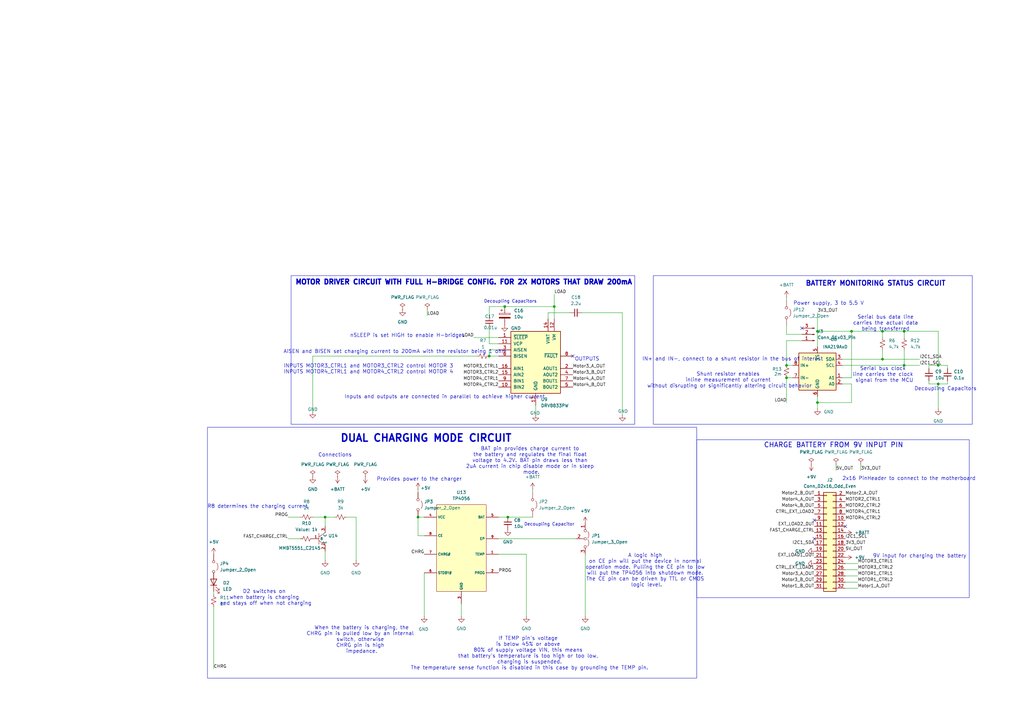
<source format=kicad_sch>
(kicad_sch (version 20250114) (generator "eeschema") (generator_version "9.0")
  (paper "A3")
  (title_block (title "EEE3088F Power Subsystem Project") (date "2025-03-11") (rev "1.0.0") (company "University of Cape Town") (comment 1 "Author(s): MANELISI NGCOBO AND AYANDA MADLALA"))
  (lib_symbols
    (symbol "CH224K:CH224K"
      (property "Reference" "U" (at 0 1.27 0))
      (property "Value" "CH224K" (at 0 -2.54 0))
      (symbol "CH224K_0_1"
        (pin unspecified line (at -11.43 10.16 0) (length 2.54) (name "CFG1") (number "9"))
        (pin unspecified line (at -11.43 7.62 0) (length 2.54) (name "CFG2") (number "2"))
        (pin unspecified line (at -11.43 5.08 0) (length 2.54) (name "CFG3") (number "3"))
        (pin unspecified line (at -11.43 1.27 0) (length 2.54) (name "DP") (number "4"))
        (pin unspecified line (at -11.43 -1.27 0) (length 2.54) (name "DM") (number "5"))
        (pin unspecified line (at -11.43 -6.35 0) (length 2.54) (name "VBUS") (number "8"))
        (pin unspecified line (at -11.43 -8.89 0) (length 2.54) (name "CC1") (number "7"))
        (pin unspecified line (at -11.43 -11.43 0) (length 2.54) (name "CC2") (number "6"))
        (pin unspecified line (at 10.16 10.16 180) (length 2.54) (name "VDD") (number "1"))
        (pin unspecified line (at 10.16 0 180) (length 2.54) (name "PG") (number "10"))
        (pin unspecified line (at 10.16 -11.43 180) (length 2.54) (name "GND") (number "11"))
      )
    )
    (symbol "Connector:Conn_01x03_Pin" (pin_names (offset 1.016) (hide yes))
      (property "Reference" "J" (at 0 5.08 0))
      (property "Value" "Conn_01x03_Pin" (at 0 -5.08 0))
      (symbol "Conn_01x03_Pin_1_1"
        (pin passive line (at 5.08 2.54 180) (length 3.81) (name "Pin_1") (number "1"))
        (pin passive line (at 5.08 0 180) (length 3.81) (name "Pin_2") (number "2"))
        (pin passive line (at 5.08 -2.54 180) (length 3.81) (name "Pin_3") (number "3"))
      )
    )
    (symbol "Connector_Generic:Conn_02x16_Odd_Even" (pin_names (offset 1.016) (hide yes))
      (property "Reference" "J" (at 1.27 20.32 0))
      (property "Value" "Conn_02x16_Odd_Even" (at 1.27 -22.86 0))
      (symbol "Conn_02x16_Odd_Even_1_1"
        (pin passive line (at -5.08 17.78 0) (length 3.81) (name "Pin_1") (number "1"))
        (pin passive line (at -5.08 15.24 0) (length 3.81) (name "Pin_3") (number "3"))
        (pin passive line (at -5.08 12.7 0) (length 3.81) (name "Pin_5") (number "5"))
        (pin passive line (at -5.08 10.16 0) (length 3.81) (name "Pin_7") (number "7"))
        (pin passive line (at -5.08 7.62 0) (length 3.81) (name "Pin_9") (number "9"))
        (pin passive line (at -5.08 5.08 0) (length 3.81) (name "Pin_11") (number "11"))
        (pin passive line (at -5.08 2.54 0) (length 3.81) (name "Pin_13") (number "13"))
        (pin passive line (at -5.08 0 0) (length 3.81) (name "Pin_15") (number "15"))
        (pin passive line (at -5.08 -2.54 0) (length 3.81) (name "Pin_17") (number "17"))
        (pin passive line (at -5.08 -5.08 0) (length 3.81) (name "Pin_19") (number "19"))
        (pin passive line (at -5.08 -7.62 0) (length 3.81) (name "Pin_21") (number "21"))
        (pin passive line (at -5.08 -10.16 0) (length 3.81) (name "Pin_23") (number "23"))
        (pin passive line (at -5.08 -12.7 0) (length 3.81) (name "Pin_25") (number "25"))
        (pin passive line (at -5.08 -15.24 0) (length 3.81) (name "Pin_27") (number "27"))
        (pin passive line (at -5.08 -17.78 0) (length 3.81) (name "Pin_29") (number "29"))
        (pin passive line (at -5.08 -20.32 0) (length 3.81) (name "Pin_31") (number "31"))
        (pin passive line (at 7.62 17.78 180) (length 3.81) (name "Pin_2") (number "2"))
        (pin passive line (at 7.62 15.24 180) (length 3.81) (name "Pin_4") (number "4"))
        (pin passive line (at 7.62 12.7 180) (length 3.81) (name "Pin_6") (number "6"))
        (pin passive line (at 7.62 10.16 180) (length 3.81) (name "Pin_8") (number "8"))
        (pin passive line (at 7.62 7.62 180) (length 3.81) (name "Pin_10") (number "10"))
        (pin passive line (at 7.62 5.08 180) (length 3.81) (name "Pin_12") (number "12"))
        (pin passive line (at 7.62 2.54 180) (length 3.81) (name "Pin_14") (number "14"))
        (pin passive line (at 7.62 0 180) (length 3.81) (name "Pin_16") (number "16"))
        (pin passive line (at 7.62 -2.54 180) (length 3.81) (name "Pin_18") (number "18"))
        (pin passive line (at 7.62 -5.08 180) (length 3.81) (name "Pin_20") (number "20"))
        (pin passive line (at 7.62 -7.62 180) (length 3.81) (name "Pin_22") (number "22"))
        (pin passive line (at 7.62 -10.16 180) (length 3.81) (name "Pin_24") (number "24"))
        (pin passive line (at 7.62 -12.7 180) (length 3.81) (name "Pin_26") (number "26"))
        (pin passive line (at 7.62 -15.24 180) (length 3.81) (name "Pin_28") (number "28"))
        (pin passive line (at 7.62 -17.78 180) (length 3.81) (name "Pin_30") (number "30"))
        (pin passive line (at 7.62 -20.32 180) (length 3.81) (name "Pin_32") (number "32"))
      )
    )
    (symbol "Device:C" (pin_numbers (hide yes)) (pin_names (offset 0.254))
      (property "Reference" "C" (at 0.635 2.54 0))
      (property "Value" "C" (at 0.635 -2.54 0))
      (symbol "C_1_1"
        (pin passive line (at 0 3.81 270) (length 2.794) (name "~") (number "1"))
        (pin passive line (at 0 -3.81 90) (length 2.794) (name "~") (number "2"))
      )
    )
    (symbol "Device:C_Polarized" (pin_numbers (hide yes)) (pin_names (offset 0.254))
      (property "Reference" "C" (at 0.635 2.54 0))
      (property "Value" "C_Polarized" (at 0.635 -2.54 0))
      (symbol "C_Polarized_1_1"
        (pin passive line (at 0 3.81 270) (length 2.794) (name "~") (number "1"))
        (pin passive line (at 0 -3.81 90) (length 2.794) (name "~") (number "2"))
      )
    )
    (symbol "Device:C_Small" (pin_numbers (hide yes)) (pin_names (offset 0.254) (hide yes))
      (property "Reference" "C" (at 0.254 1.778 0))
      (property "Value" "C_Small" (at 0.254 -2.032 0))
      (symbol "C_Small_1_1"
        (pin passive line (at 0 2.54 270) (length 2.032) (name "~") (number "1"))
        (pin passive line (at 0 -2.54 90) (length 2.032) (name "~") (number "2"))
      )
    )
    (symbol "Device:L" (pin_numbers (hide yes)) (pin_names (offset 1.016) (hide yes))
      (property "Reference" "L" (at -1.27 0 90))
      (property "Value" "L" (at 1.905 0 90))
      (symbol "L_1_1"
        (pin passive line (at 0 3.81 270) (length 1.27) (name "1") (number "1"))
        (pin passive line (at 0 -3.81 90) (length 1.27) (name "2") (number "2"))
      )
    )
    (symbol "Device:LED" (pin_numbers (hide yes)) (pin_names (offset 1.016) (hide yes))
      (property "Reference" "D" (at 0 2.54 0))
      (property "Value" "LED" (at 0 -2.54 0))
      (symbol "LED_1_1"
        (pin passive line (at -3.81 0 0) (length 2.54) (name "K") (number "1"))
        (pin passive line (at 3.81 0 180) (length 2.54) (name "A") (number "2"))
      )
    )
    (symbol "Device:R_Small_US" (pin_numbers (hide yes)) (pin_names (offset 0.254) (hide yes))
      (property "Reference" "R" (at 0.762 0.508 0))
      (property "Value" "R_Small_US" (at 0.762 -1.016 0))
      (symbol "R_Small_US_1_1"
        (pin passive line (at 0 2.54 270) (length 1.016) (name "~") (number "1"))
        (pin passive line (at 0 -2.54 90) (length 1.016) (name "~") (number "2"))
      )
    )
    (symbol "Device:R_US" (pin_numbers (hide yes)) (pin_names (offset 0))
      (property "Reference" "R" (at 2.54 0 90))
      (property "Value" "R_US" (at -2.54 0 90))
      (symbol "R_US_1_1"
        (pin passive line (at 0 3.81 270) (length 1.27) (name "~") (number "1"))
        (pin passive line (at 0 -3.81 90) (length 1.27) (name "~") (number "2"))
      )
    )
    (symbol "Driver_Motor:DRV8833PW" (pin_names (offset 1.016))
      (property "Reference" "U" (at -3.81 16.51 0))
      (property "Value" "DRV8833PW" (at -3.81 13.97 0))
      (symbol "DRV8833PW_1_1"
        (pin input line (at -15.24 10.16 0) (length 5.08) (name "~{SLEEP}") (number "1"))
        (pin bidirectional line (at -15.24 7.62 0) (length 5.08) (name "VCP") (number "11"))
        (pin bidirectional line (at -15.24 5.08 0) (length 5.08) (name "AISEN") (number "3"))
        (pin bidirectional line (at -15.24 2.54 0) (length 5.08) (name "BISEN") (number "6"))
        (pin input line (at -15.24 -2.54 0) (length 5.08) (name "AIN1") (number "16"))
        (pin input line (at -15.24 -5.08 0) (length 5.08) (name "AIN2") (number "15"))
        (pin input line (at -15.24 -7.62 0) (length 5.08) (name "BIN1") (number "9"))
        (pin input line (at -15.24 -10.16 0) (length 5.08) (name "BIN2") (number "10"))
        (pin power_in line (at 0 -17.78 90) (length 5.08) (name "GND") (number "13"))
        (pin power_in line (at 5.08 17.78 270) (length 5.08) (name "VINT") (number "14"))
        (pin power_in line (at 7.62 17.78 270) (length 5.08) (name "VM") (number "12"))
        (pin open_collector line (at 15.24 2.54 180) (length 5.08) (name "~{FAULT}") (number "8"))
        (pin power_out line (at 15.24 -2.54 180) (length 5.08) (name "AOUT1") (number "2"))
        (pin power_out line (at 15.24 -5.08 180) (length 5.08) (name "AOUT2") (number "4"))
        (pin power_out line (at 15.24 -7.62 180) (length 5.08) (name "BOUT1") (number "7"))
        (pin power_out line (at 15.24 -10.16 180) (length 5.08) (name "BOUT2") (number "5"))
      )
    )
    (symbol "Jumper:Jumper_2_Open" (pin_numbers (hide yes)) (pin_names (offset 0) (hide yes)) (exclude_from_sim yes)
      (property "Reference" "JP" (at 0 2.794 0))
      (property "Value" "Jumper_2_Open" (at 0 -2.286 0))
      (symbol "Jumper_2_Open_1_1"
        (pin passive line (at -5.08 0 0) (length 2.54) (name "A") (number "1"))
        (pin passive line (at 5.08 0 180) (length 2.54) (name "B") (number "2"))
      )
    )
    (symbol "Jumper:Jumper_3_Open" (pin_names (offset 0) (hide yes)) (exclude_from_sim yes) (in_bom no)
      (property "Reference" "JP" (at -2.54 -2.54 0))
      (property "Value" "Jumper_3_Open" (at 0 2.794 0))
      (symbol "Jumper_3_Open_1_1"
        (pin passive line (at -6.35 0 0) (length 2.54) (name "A") (number "1"))
        (pin passive line (at 0 -3.81 90) (length 2.54) (name "C") (number "2"))
        (pin passive line (at 6.35 0 180) (length 2.54) (name "B") (number "3"))
      )
    )
    (symbol "LM7805MPX_NOPB:LM7805MPX_NOPB" (pin_names (offset 1.016))
      (property "Reference" "VR" (at -12.7 6.08 0))
      (property "Value" "LM7805MPX_NOPB" (at -12.7 -9.08 0))
      (symbol "LM7805MPX_NOPB_0_0"
        (pin input line (at -17.78 2.54 0) (length 5.08) (name "INPUT") (number "1"))
        (pin output line (at 17.78 2.54 180) (length 5.08) (name "OUTPUT") (number "3"))
        (pin power_in line (at 17.78 -2.54 180) (length 5.08) (name "GND_2") (number "2"))
        (pin power_in line (at 17.78 -5.08 180) (length 5.08) (name "GND_4") (number "4"))
      )
    )
    (symbol "MMBT5551_C2145:MMBT5551_C2145"
      (property "Reference" "U" (at 0 1.27 0))
      (property "Value" "MMBT5551_C2145" (at 0 -2.54 0))
      (symbol "MMBT5551_C2145_0_1"
        (pin unspecified line (at -2.54 0 0) (length 2.54) (name "B") (number "1"))
        (pin unspecified line (at 2.54 5.08 270) (length 2.54) (name "C") (number "3"))
        (pin unspecified line (at 2.54 -5.08 90) (length 2.54) (name "E") (number "2"))
      )
    )
    (symbol "Regulator_Linear:AP2112K-3.3" (pin_names (offset 0.254))
      (property "Reference" "U" (at -5.08 5.715 0))
      (property "Value" "AP2112K-3.3" (at 0 5.715 0))
      (symbol "AP2112K-3.3_1_1"
        (pin power_in line (at -7.62 2.54 0) (length 2.54) (name "VIN") (number "1"))
        (pin input line (at -7.62 0 0) (length 2.54) (name "EN") (number "3"))
        (pin power_in line (at 0 -7.62 90) (length 2.54) (name "GND") (number "2"))
        (pin no_connect line (at 5.08 0 180) (length 2.54) (hide yes) (name "NC") (number "4"))
        (pin power_out line (at 7.62 2.54 180) (length 2.54) (name "VOUT") (number "5"))
      )
    )
    (symbol "Regulator_Switching:MT3608"
      (property "Reference" "U" (at -2.54 8.89 0))
      (property "Value" "MT3608" (at -3.81 6.35 0))
      (symbol "MT3608_1_1"
        (pin power_in line (at -7.62 2.54 0) (length 2.54) (name "IN") (number "5"))
        (pin input line (at -7.62 -2.54 0) (length 2.54) (name "EN") (number "4"))
        (pin power_in line (at 0 -7.62 90) (length 2.54) (name "GND") (number "2"))
        (pin no_connect line (at 5.08 0 180) (length 2.54) (hide yes) (name "NC") (number "6"))
        (pin passive line (at 7.62 2.54 180) (length 2.54) (name "SW") (number "1"))
        (pin input line (at 7.62 -2.54 180) (length 2.54) (name "FB") (number "3"))
      )
    )
    (symbol "SM4007PL-TP:SM4007PL-TP" (pin_names (offset 1.016))
      (property "Reference" "D" (at -2.286 1.905 0))
      (property "Value" "SM4007PL-TP" (at -2.286 -3.429 0))
      (symbol "SM4007PL-TP_0_0"
        (pin passive line (at -2.54 0 0) (length 2.54) (name "~") (number "A"))
        (pin passive line (at 2.54 0 180) (length 2.54) (name "~") (number "K"))
      )
    )
    (symbol "Sensor_Energy:INA219AxD"
      (property "Reference" "U" (at -6.35 8.89 0))
      (property "Value" "INA219AxD" (at 5.08 8.89 0))
      (symbol "INA219AxD_1_1"
        (pin input line (at -10.16 2.54 0) (length 2.54) (name "IN+") (number "8"))
        (pin input line (at -10.16 -2.54 0) (length 2.54) (name "IN-") (number "7"))
        (pin power_in line (at 0 10.16 270) (length 2.54) (name "VS") (number "5"))
        (pin power_in line (at 0 -10.16 90) (length 2.54) (name "GND") (number "6"))
        (pin bidirectional line (at 10.16 5.08 180) (length 2.54) (name "SDA") (number "3"))
        (pin input line (at 10.16 2.54 180) (length 2.54) (name "SCL") (number "4"))
        (pin input line (at 10.16 -2.54 180) (length 2.54) (name "A1") (number "1"))
        (pin input line (at 10.16 -5.08 180) (length 2.54) (name "A0") (number "2"))
      )
    )
    (symbol "TP4056:TP4056"
      (property "Reference" "U" (at 0 1.27 0))
      (property "Value" "TP4056" (at 0 -2.54 0))
      (symbol "TP4056_0_1"
        (pin unspecified line (at -15.24 15.24 0) (length 5.08) (name "VCC") (number "4"))
        (pin unspecified line (at -15.24 7.62 0) (length 5.08) (name "CE") (number "8"))
        (pin unspecified line (at -15.24 0 0) (length 5.08) (name "CHRG#") (number "7"))
        (pin unspecified line (at -15.24 -7.62 0) (length 5.08) (name "STDBY#") (number "6"))
        (pin unspecified line (at 0 -20.32 90) (length 5.08) (name "GND") (number "3"))
        (pin unspecified line (at 15.24 15.24 180) (length 5.08) (name "BAT") (number "5"))
        (pin unspecified line (at 15.24 6.35 180) (length 5.08) (name "EP") (number "9"))
        (pin unspecified line (at 15.24 0 180) (length 5.08) (name "TEMP") (number "1"))
        (pin unspecified line (at 15.24 -7.62 180) (length 5.08) (name "PROG") (number "2"))
      )
    )
    (symbol "TPS22810DBVR:TPS22810DBVR" (pin_names (offset 1.016))
      (property "Reference" "U" (at -12.7 11.16 0))
      (property "Value" "TPS22810DBVR" (at -12.7 -10.16 0))
      (symbol "TPS22810DBVR_0_0"
        (pin input line (at -17.78 7.62 0) (length 5.08) (name "VIN") (number "1"))
        (pin input line (at -17.78 2.54 0) (length 5.08) (name "EN/UVLO") (number "3"))
        (pin output line (at -17.78 -2.54 0) (length 5.08) (name "CT") (number "4"))
        (pin output line (at 17.78 7.62 180) (length 5.08) (name "VOUT") (number "6"))
        (pin output line (at 17.78 2.54 180) (length 5.08) (name "QOD") (number "5"))
        (pin power_in line (at 17.78 -5.08 180) (length 5.08) (name "GND") (number "2"))
      )
    )
    (symbol "TYPE-C-31-M-12:TYPE-C-31-M-12" (pin_names (offset 1.016))
      (property "Reference" "J" (at -12.7 13.462 0))
      (property "Value" "TYPE-C-31-M-12" (at -12.7 -13.462 0))
      (symbol "TYPE-C-31-M-12_0_0"
        (pin bidirectional line (at -17.78 5.08 0) (length 5.08) (name "CC1") (number "A5"))
        (pin bidirectional line (at -17.78 2.54 0) (length 5.08) (name "DP1") (number "A6"))
        (pin bidirectional line (at -17.78 0 0) (length 5.08) (name "DN1") (number "A7"))
        (pin bidirectional line (at -17.78 -2.54 0) (length 5.08) (name "SBU1") (number "A8"))
        (pin power_in line (at 17.78 10.16 180) (length 5.08) (name "VBUS") (number "A4_B9"))
        (pin power_in line (at 17.78 10.16 180) (length 5.08) (name "VBUS") (number "B4_A9"))
        (pin bidirectional line (at 17.78 5.08 180) (length 5.08) (name "SBU2") (number "B8"))
        (pin bidirectional line (at 17.78 2.54 180) (length 5.08) (name "DN2") (number "B7"))
        (pin bidirectional line (at 17.78 0 180) (length 5.08) (name "DP2") (number "B6"))
        (pin bidirectional line (at 17.78 -2.54 180) (length 5.08) (name "CC2") (number "B5"))
        (pin passive line (at 17.78 -7.62 180) (length 5.08) (name "SHIELD") (number "S1"))
        (pin passive line (at 17.78 -7.62 180) (length 5.08) (name "SHIELD") (number "S2"))
        (pin passive line (at 17.78 -7.62 180) (length 5.08) (name "SHIELD") (number "S3"))
        (pin passive line (at 17.78 -7.62 180) (length 5.08) (name "SHIELD") (number "S4"))
        (pin power_in line (at 17.78 -10.16 180) (length 5.08) (name "GND") (number "A1_B12"))
        (pin power_in line (at 17.78 -10.16 180) (length 5.08) (name "GND") (number "B1_A12"))
      )
    )
    (symbol "power:+5V" (power) (pin_numbers (hide yes)) (pin_names (offset 0) (hide yes))
      (property "Value" "+5V" (at 0 3.556 0))
      (symbol "+5V_1_1"
        (pin power_in line (at 0 0 90) (length 0) (name "~") (number "1"))
      )
    )
    (symbol "power:+9V" (power) (pin_numbers (hide yes)) (pin_names (offset 0) (hide yes))
      (property "Value" "+9V" (at 0 3.556 0))
      (symbol "+9V_1_1"
        (pin power_in line (at 0 0 90) (length 0) (name "~") (number "1"))
      )
    )
    (symbol "power:+BATT" (power) (pin_numbers (hide yes)) (pin_names (offset 0) (hide yes))
      (property "Value" "+BATT" (at 0 3.556 0))
      (symbol "+BATT_1_1"
        (pin power_in line (at 0 0 90) (length 0) (name "~") (number "1"))
      )
    )
    (symbol "power:GND" (power) (pin_numbers (hide yes)) (pin_names (offset 0) (hide yes))
      (property "Value" "GND" (at 0 -3.81 0))
      (symbol "GND_1_1"
        (pin power_in line (at 0 0 270) (length 0) (name "~") (number "1"))
      )
    )
    (symbol "power:PWR_FLAG" (power) (pin_numbers (hide yes)) (pin_names (offset 0) (hide yes))
      (property "Value" "PWR_FLAG" (at 0 3.81 0))
      (symbol "PWR_FLAG_0_0"
        (pin power_out line (at 0 0 90) (length 0) (name "~") (number "1"))
      )
    )
  )
  (rectangle (start -35.56 388.62) (end 69.85 426.72))
  (rectangle (start 85.09 175.26) (end 285.75 278.13))
  (rectangle (start 570.23 223.52) (end 640.08 267.97))
  (rectangle (start 473.71 83.82) (end 553.72 146.05))
  (rectangle (start -148.59 387.35) (end -39.37 426.72))
  (rectangle (start 572.77 83.82) (end 641.35 140.97))
  (rectangle (start 119.38 113.03) (end 260.35 173.99))
  (rectangle (start 468.63 222.25) (end 556.26 265.43))
  (rectangle (start 267.97 113.03) (end 398.78 173.99))
  (rectangle (start 497.84 165.1) (end 552.45 208.28))
  (rectangle (start 562.61 153.67) (end 641.35 212.09))
  (rectangle (start 285.75 180.34) (end 397.51 245.11))
  (text "CHARGE BATTERY FROM 9V INPUT PIN" (at 341.884 182.626 0) (effects (font (size 2 2) (thickness 0.254) (bold yes))))
  (text "MOTOR DRIVER" (at 512.826 81.026 0) (effects (font (size 3 3) (thickness 0.254) (bold yes))))
  (text "IN+ and IN-, connect to a shunt resistor in the bus of interest" (at 300.482 147.32 0) (effects (font (size 1.5 1.5))))
  (text "Decoupling Capacitors " (at 209.804 123.698 0) (effects (font (size 1.27 1.27))))
  (text "If TEMP pin's voltage \nis below 45% or above \n80% of supply voltage VIN, this means \nthat battery's temperature is too high or too low, \ncharging is suspended.\nThe temperature sense function is disabled in this case by grounding the TEMP pin.\n" (at 217.17 267.97 0) (effects (font (size 1.5 1.5))))
  (text "2x16 PinHeader to connect to the motherboard " (at 373.38 196.342 0) (effects (font (size 1.5 1.5))))
  (text "A logic high \non CE pin will put the device in normal \noperation mode. Pulling the CE pin to low \nwill put the TP4056 into shutdown mode. \nThe CE pin can be driven by TTL or CMOS \nlogic level.\n" (at 265.176 233.934 0) (effects (font (size 1.5 1.5))))
  (text "3.7V to 5V Regulator" (at 602.742 150.876 0) (effects (font (size 3 3) (thickness 0.6) (bold yes))))
  (text "9V to 5V Regulator" (at 513.334 219.964 0) (effects (font (size 3 3) (thickness 0.258) (bold yes))))
  (text "nSLEEP is set HIGH to enable H-bridges" (at 167.132 137.668 0) (effects (font (size 1.5 1.5))))
  (text "LOAD DRIVER" (at 17.78 384.556 0) (effects (font (size 3 3) (thickness 0.254) (bold yes))))
  (text "INPUTS MOTOR3_CTRL1 and MOTOR3_CTRL2 control MOTOR 3\nINPUTS MOTOR4_CTRL1 and MOTOR4_CTRL2 control MOTOR 4" (at 151.13 151.384 0) (effects (font (size 1.5 1.5))))
  (text "OUTPUTS" (at 240.792 147.32 0) (effects (font (size 1.5 1.5))))
  (text "AISEN and BISEN set charging current to 200mA with the resistor being 1 ohm" (at 162.052 144.272 0) (effects (font (size 1.5 1.5))))
  (text "D2 switches on \nwhen battery is charging \nand stays off when not charging" (at 108.966 245.11 0) (effects (font (size 1.5 1.5))))
  (text "Inputs and outputs are connected in parallel to achieve higher current" (at 182.372 162.814 0) (effects (font (size 1.5 1.5))))
  (text "BAT pin provides charge current to \nthe battery and regulates the final float \nvoltage to 4.2V. BAT pin draws less than \n2uA current in chip disable mode or in sleep \nmode." (at 217.932 188.976 0) (effects (font (size 1.5 1.5))))
  (text "Power supply, 3 to 5.5 V" (at 339.852 124.46 0) (effects (font (size 1.5 1.5))))
  (text "9V input for charging the battery" (at 377.19 228.092 0) (effects (font (size 1.5 1.5))))
  (text "R8 determines the charging current" (at 105.664 207.772 0) (effects (font (size 1.5 1.5))))
  (text "DUAL CHARGING MODE CIRCUIT" (at 174.752 179.832 0) (effects (font (size 3 3) (thickness 0.6) (bold yes))))
  (text "When the battery is charging, the\nCHRG pin is pulled low by an internal \nswitch, otherwise \nCHRG pin is high \nimpedance." (at 148.336 262.382 0) (effects (font (size 1.5 1.5))))
  (text "Serial bus data line\ncarries the actual data\nbeing transferred" (at 363.22 132.588 0) (effects (font (size 1.5 1.5))))
  (text "MOTOR DRIVER CIRCUIT WITH FULL H-BRIDGE CONFIG. FOR 2X MOTORS THAT DRAW 200mA\n" (at 190.246 115.824 0) (effects (font (size 2 2) (thickness 0.6) (bold yes))))
  (text "USB PD" (at 606.806 81.534 0) (effects (font (size 3 3) (thickness 0.254) (bold yes))))
  (text "LOAD DRIVER" (at -94.488 383.032 0) (effects (font (size 3 3) (thickness 0.254) (bold yes))))
  (text "BATTERY MONITORING STATUS CIRCUIT" (at 359.156 116.332 0) (effects (font (size 2 2) (thickness 0.4) (bold yes))))
  (text "3.7V to 3.3V Regulator" (at 525.526 163.068 0) (effects (font (size 3 3) (thickness 0.6) (bold yes))))
  (text "Decoupling Capacitor" (at 225.298 215.138 0) (effects (font (size 1.27 1.27))))
  (text "Shunt resistor enables \ninline measurement of current \nwithout disrupting or significantly altering circuit behavior" (at 299.212 155.956 0) (effects (font (size 1.5 1.5))))
  (text "Serial bus clock \nline carries the clock \nsignal from the MCU" (at 362.712 153.67 0) (effects (font (size 1.5 1.5))))
  (text "Decoupling Capacitors " (at 388.366 159.512 0) (effects (font (size 1.5 1.5))))
  (text "Connections" (at 137.414 186.69 0) (effects (font (size 1.5 1.5))))
  (text "TYPE C CONNECTOR" (at 605.282 220.98 0) (effects (font (size 3 3) (thickness 0.254) (bold yes))))
  (text "Provides power to the charger" (at 171.958 196.596 0) (effects (font (size 1.5 1.5))))
  (junction (at 384.81 157.48))
  (junction (at -119.38 398.78))
  (junction (at 361.95 135.89))
  (junction (at 361.95 147.32))
  (junction (at -60.96 398.78))
  (junction (at 528.32 96.52))
  (junction (at 335.28 135.89))
  (junction (at 49.53 400.05))
  (junction (at 200.66 146.05))
  (junction (at -8.89 400.05))
  (junction (at 618.49 187.96))
  (junction (at 486.41 242.57))
  (junction (at 207.01 125.73))
  (junction (at 582.93 182.88))
  (junction (at 501.65 116.84))
  (junction (at 322.58 149.86))
  (junction (at 524.51 250.19))
  (junction (at 227.33 125.73))
  (junction (at 133.35 212.09))
  (junction (at 603.25 172.72))
  (junction (at 335.28 165.1))
  (junction (at 349.25 135.89))
  (junction (at 322.58 154.94))
  (junction (at 370.84 149.86))
  (junction (at 208.28 212.09))
  (junction (at 384.81 149.86))
  (junction (at 508 96.52))
  (junction (at 582.93 172.72))
  (junction (at 511.81 186.69))
  (junction (at 370.84 135.89))
  (junction (at 618.49 172.72))
  (junction (at 171.45 212.09))
  (no_connect (at 334.01 213.36))
  (no_connect (at 617.22 106.68))
  (no_connect (at 535.94 116.84))
  (no_connect (at 623.57 236.22))
  (no_connect (at 334.01 220.98))
  (no_connect (at 1.27 410.21))
  (no_connect (at 36.83 405.13))
  (no_connect (at 234.95 146.05))
  (no_connect (at -109.22 408.94))
  (no_connect (at 623.57 248.92))
  (no_connect (at 588.01 243.84))
  (no_connect (at 346.71 215.9))
  (no_connect (at 516.89 189.23))
  (no_connect (at 328.93 134.62))
  (no_connect (at -73.66 403.86))
  (wire (pts (xy 118.11 212.09) (xy 123.19 212.09)))
  (wire (pts (xy 628.65 181.61) (xy 628.65 201.93)))
  (wire (pts (xy 370.84 135.89) (xy 384.81 135.89)))
  (wire (pts (xy 481.33 121.92) (xy 481.33 116.84)))
  (wire (pts (xy 585.47 238.76) (xy 585.47 264.16)))
  (wire (pts (xy 227.33 120.65) (xy 227.33 125.73)))
  (wire (pts (xy 171.45 212.09) (xy 173.99 212.09)))
  (wire (pts (xy 87.63 248.92) (xy 87.63 274.32)))
  (wire (pts (xy 595.63 113.03) (xy 590.55 113.03)))
  (wire (pts (xy 87.63 234.95) (xy 87.63 237.49)))
  (wire (pts (xy 501.65 111.76) (xy 501.65 96.52)))
  (wire (pts (xy 585.47 264.16) (xy 628.65 264.16)))
  (wire (pts (xy 539.75 250.19) (xy 539.75 252.73)))
  (wire (pts (xy 623.57 241.3) (xy 628.65 241.3)))
  (wire (pts (xy 351.79 236.22) (xy 346.71 236.22)))
  (wire (pts (xy 537.21 242.57) (xy 539.75 242.57)))
  (wire (pts (xy 146.05 212.09) (xy 146.05 229.87)))
  (wire (pts (xy 603.25 172.72) (xy 603.25 182.88)))
  (wire (pts (xy 36.83 419.1) (xy 36.83 412.75)))
  (wire (pts (xy 618.49 187.96) (xy 618.49 191.77)))
  (wire (pts (xy 628.65 176.53) (xy 628.65 172.72)))
  (wire (pts (xy 370.84 149.86) (xy 377.19 149.86)))
  (wire (pts (xy 342.9 193.04) (xy 342.9 190.5)))
  (wire (pts (xy 539.75 121.92) (xy 535.94 121.92)))
  (wire (pts (xy 218.44 212.09) (xy 208.28 212.09)))
  (wire (pts (xy 322.58 154.94) (xy 325.12 154.94)))
  (wire (pts (xy 204.47 140.97) (xy 200.66 140.97)))
  (wire (pts (xy 535.94 124.46) (xy 539.75 124.46)))
  (wire (pts (xy 539.75 127) (xy 535.94 127)))
  (wire (pts (xy 524.51 101.6) (xy 525.78 101.6)))
  (wire (pts (xy 173.99 252.73) (xy 173.99 234.95)))
  (wire (pts (xy 575.31 176.53) (xy 575.31 172.72)))
  (wire (pts (xy -73.66 398.78) (xy -72.39 398.78)))
  (wire (pts (xy 381 149.86) (xy 384.81 149.86)))
  (wire (pts (xy 505.46 116.84) (xy 501.65 116.84)))
  (wire (pts (xy 524.51 242.57) (xy 527.05 242.57)))
  (wire (pts (xy 491.49 116.84) (xy 496.57 116.84)))
  (wire (pts (xy 142.24 212.09) (xy 146.05 212.09)))
  (wire (pts (xy 582.93 187.96) (xy 582.93 182.88)))
  (wire (pts (xy 128.27 146.05) (xy 195.58 146.05)))
  (wire (pts (xy 128.27 212.09) (xy 133.35 212.09)))
  (wire (pts (xy 224.79 128.27) (xy 233.68 128.27)))
  (wire (pts (xy -119.38 398.78) (xy -109.22 398.78)))
  (wire (pts (xy 123.19 220.98) (xy 118.11 220.98)))
  (wire (pts (xy 575.31 181.61) (xy 575.31 201.93)))
  (wire (pts (xy 361.95 143.51) (xy 361.95 147.32)))
  (wire (pts (xy 384.81 135.89) (xy 384.81 149.86)))
  (wire (pts (xy 618.49 172.72) (xy 628.65 172.72)))
  (wire (pts (xy 632.46 96.52) (xy 631.19 96.52)))
  (wire (pts (xy 528.32 90.17) (xy 528.32 96.52)))
  (wire (pts (xy 582.93 171.45) (xy 582.93 172.72)))
  (wire (pts (xy 322.58 139.7) (xy 328.93 139.7)))
  (wire (pts (xy 528.32 96.52) (xy 528.32 101.6)))
  (wire (pts (xy 361.95 135.89) (xy 349.25 135.89)))
  (wire (pts (xy 36.83 400.05) (xy 38.1 400.05)))
  (wire (pts (xy 381 157.48) (xy 384.81 157.48)))
  (wire (pts (xy 215.9 227.33) (xy 215.9 252.73)))
  (wire (pts (xy 370.84 138.43) (xy 370.84 135.89)))
  (wire (pts (xy 483.87 109.22) (xy 487.68 109.22)))
  (wire (pts (xy 501.65 96.52) (xy 508 96.52)))
  (wire (pts (xy 171.45 201.93) (xy 171.45 200.66)))
  (wire (pts (xy 349.25 154.94) (xy 349.25 135.89)))
  (wire (pts (xy 345.44 147.32) (xy 361.95 147.32)))
  (wire (pts (xy 133.35 226.06) (xy 133.35 229.87)))
  (wire (pts (xy 204.47 146.05) (xy 200.66 146.05)))
  (wire (pts (xy 508 96.52) (xy 513.08 96.52)))
  (wire (pts (xy 49.53 400.05) (xy 49.53 402.59)))
  (wire (pts (xy 322.58 137.16) (xy 322.58 133.35)))
  (wire (pts (xy 384.81 149.86) (xy 388.62 149.86)))
  (wire (pts (xy 219.71 166.37) (xy 219.71 170.18)))
  (wire (pts (xy 353.06 190.5) (xy 353.06 193.04)))
  (wire (pts (xy 577.85 248.92) (xy 577.85 259.08)))
  (wire (pts (xy 133.35 212.09) (xy 137.16 212.09)))
  (wire (pts (xy -73.66 417.83) (xy -73.66 411.48)))
  (wire (pts (xy 351.79 233.68) (xy 346.71 233.68)))
  (wire (pts (xy 194.31 138.43) (xy 204.47 138.43)))
  (wire (pts (xy 349.25 157.48) (xy 349.25 165.1)))
  (wire (pts (xy 189.23 247.65) (xy 189.23 252.73)))
  (wire (pts (xy -60.96 398.78) (xy -60.96 401.32)))
  (wire (pts (xy 615.95 172.72) (xy 618.49 172.72)))
  (wire (pts (xy 539.75 129.54) (xy 535.94 129.54)))
  (wire (pts (xy 588.01 187.96) (xy 582.93 187.96)))
  (wire (pts (xy 49.53 400.05) (xy 52.07 400.05)))
  (wire (pts (xy 204.47 220.98) (xy 236.22 220.98)))
  (wire (pts (xy 208.28 212.09) (xy 204.47 212.09)))
  (wire (pts (xy 322.58 137.16) (xy 328.93 137.16)))
  (wire (pts (xy 481.33 116.84) (xy 486.41 116.84)))
  (wire (pts (xy 617.22 132.08) (xy 617.22 118.11)))
  (wire (pts (xy 175.26 129.54) (xy 175.26 127)))
  (wire (pts (xy 351.79 238.76) (xy 346.71 238.76)))
  (wire (pts (xy 227.33 125.73) (xy 227.33 130.81)))
  (wire (pts (xy 535.94 191.77) (xy 535.94 196.85)))
  (wire (pts (xy -60.96 398.78) (xy -58.42 398.78)))
  (wire (pts (xy 349.25 135.89) (xy 335.28 135.89)))
  (wire (pts (xy 388.62 149.86) (xy 388.62 151.13)))
  (wire (pts (xy -138.43 398.78) (xy -133.35 398.78)))
  (wire (pts (xy 345.44 149.86) (xy 370.84 149.86)))
  (wire (pts (xy 370.84 135.89) (xy 361.95 135.89)))
  (wire (pts (xy -119.38 403.86) (xy -119.38 414.02)))
  (wire (pts (xy 486.41 241.3) (xy 486.41 242.57)))
  (wire (pts (xy 173.99 219.71) (xy 171.45 219.71)))
  (wire (pts (xy 218.44 200.66) (xy 218.44 201.93)))
  (wire (pts (xy 200.66 143.51) (xy 200.66 146.05)))
  (wire (pts (xy 524.51 250.19) (xy 524.51 252.73)))
  (wire (pts (xy 603.25 187.96) (xy 618.49 187.96)))
  (wire (pts (xy 351.79 231.14) (xy 346.71 231.14)))
  (wire (pts (xy 532.13 186.69) (xy 535.94 186.69)))
  (wire (pts (xy 255.27 128.27) (xy 238.76 128.27)))
  (wire (pts (xy 618.49 172.72) (xy 618.49 175.26)))
  (wire (pts (xy 519.43 104.14) (xy 519.43 101.6)))
  (wire (pts (xy 520.7 137.16) (xy 520.7 140.97)))
  (wire (pts (xy 628.65 241.3) (xy 628.65 264.16)))
  (wire (pts (xy 603.25 172.72) (xy 610.87 172.72)))
  (wire (pts (xy 370.84 143.51) (xy 370.84 149.86)))
  (wire (pts (xy 384.81 157.48) (xy 388.62 157.48)))
  (wire (pts (xy -8.89 405.13) (xy -8.89 415.29)))
  (wire (pts (xy 497.84 109.22) (xy 505.46 109.22)))
  (wire (pts (xy 585.47 238.76) (xy 588.01 238.76)))
  (wire (pts (xy 501.65 114.3) (xy 501.65 116.84)))
  (wire (pts (xy 518.16 96.52) (xy 528.32 96.52)))
  (wire (pts (xy -26.67 400.05) (xy -22.86 400.05)))
  (wire (pts (xy 335.28 128.27) (xy 335.28 135.89)))
  (wire (pts (xy 200.66 143.51) (xy 204.47 143.51)))
  (wire (pts (xy 351.79 241.3) (xy 346.71 241.3)))
  (wire (pts (xy 575.31 172.72) (xy 582.93 172.72)))
  (wire (pts (xy 388.62 156.21) (xy 388.62 157.48)))
  (wire (pts (xy 598.17 172.72) (xy 603.25 172.72)))
  (wire (pts (xy 200.66 129.54) (xy 200.66 125.73)))
  (wire (pts (xy 577.85 242.57) (xy 577.85 243.84)))
  (wire (pts (xy 618.49 185.42) (xy 618.49 187.96)))
  (wire (pts (xy 87.63 242.57) (xy 87.63 243.84)))
  (wire (pts (xy 133.35 212.09) (xy 133.35 215.9)))
  (wire (pts (xy -123.19 398.78) (xy -119.38 398.78)))
  (wire (pts (xy 200.66 125.73) (xy 207.01 125.73)))
  (wire (pts (xy 322.58 121.92) (xy 322.58 123.19)))
  (wire (pts (xy 335.28 165.1) (xy 335.28 167.64)))
  (wire (pts (xy 224.79 130.81) (xy 224.79 128.27)))
  (wire (pts (xy 204.47 227.33) (xy 215.9 227.33)))
  (wire (pts (xy 618.49 199.39) (xy 618.49 201.93)))
  (wire (pts (xy -62.23 398.78) (xy -60.96 398.78)))
  (wire (pts (xy 322.58 154.94) (xy 322.58 165.1)))
  (wire (pts (xy 381 151.13) (xy 381 149.86)))
  (wire (pts (xy 240.03 227.33) (xy 240.03 252.73)))
  (wire (pts (xy 361.95 138.43) (xy 361.95 135.89)))
  (wire (pts (xy 322.58 139.7) (xy 322.58 149.86)))
  (wire (pts (xy 577.85 231.14) (xy 577.85 232.41)))
  (wire (pts (xy 582.93 161.29) (xy 582.93 158.75)))
  (wire (pts (xy 361.95 147.32) (xy 377.19 147.32)))
  (wire (pts (xy 349.25 157.48) (xy 345.44 157.48)))
  (wire (pts (xy -12.7 400.05) (xy -8.89 400.05)))
  (wire (pts (xy 207.01 125.73) (xy 227.33 125.73)))
  (wire (pts (xy 617.22 96.52) (xy 621.03 96.52)))
  (wire (pts (xy 486.41 252.73) (xy 486.41 250.19)))
  (wire (pts (xy 335.28 165.1) (xy 349.25 165.1)))
  (wire (pts (xy 486.41 242.57) (xy 488.95 242.57)))
  (wire (pts (xy 171.45 219.71) (xy 171.45 212.09)))
  (wire (pts (xy 505.46 111.76) (xy 501.65 111.76)))
  (wire (pts (xy 384.81 167.64) (xy 384.81 157.48)))
  (wire (pts (xy 255.27 170.18) (xy 255.27 128.27)))
  (wire (pts (xy 511.81 185.42) (xy 511.81 186.69)))
  (wire (pts (xy 511.81 191.77) (xy 511.81 196.85)))
  (wire (pts (xy 582.93 172.72) (xy 590.55 172.72)))
  (wire (pts (xy 381 156.21) (xy 381 157.48)))
  (wire (pts (xy 322.58 149.86) (xy 325.12 149.86)))
  (wire (pts (xy -60.96 406.4) (xy -60.96 414.02)))
  (wire (pts (xy 128.27 168.91) (xy 128.27 146.05)))
  (wire (pts (xy 49.53 407.67) (xy 49.53 415.29)))
  (wire (pts (xy 48.26 400.05) (xy 49.53 400.05)))
  (wire (pts (xy 623.57 251.46) (xy 623.57 257.81)))
  (wire (pts (xy 335.28 162.56) (xy 335.28 165.1)))
  (wire (pts (xy 200.66 140.97) (xy 200.66 134.62)))
  (wire (pts (xy 345.44 154.94) (xy 349.25 154.94)))
  (wire (pts (xy 501.65 114.3) (xy 505.46 114.3)))
  (wire (pts (xy 588.01 182.88) (xy 582.93 182.88)))
  (wire (pts (xy 516.89 186.69) (xy 511.81 186.69)))
  (wire (pts (xy -8.89 400.05) (xy 1.27 400.05)))
  (wire (pts (xy 524.51 247.65) (xy 524.51 250.19)))
  (wire (pts (xy 582.93 172.72) (xy 582.93 182.88)))
  (wire (pts (xy 335.28 135.89) (xy 335.28 142.24)))
  (wire (pts (xy 595.63 193.04) (xy 595.63 201.93)))
  (label "FAST_CHARGE_CTRL" (at 334.01 218.44 180))
  (label "Motor2_A_OUT" (at 539.75 127 180))
  (label "MOTOR4_CTRL2" (at 204.47 158.75 180))
  (label "CC1" (at 595.63 118.11 180))
  (label "DP" (at 595.63 105.41 180))
  (label "Motor2_A_OUT" (at 346.71 203.2 0))
  (label "MOTOR3_CTRL1" (at 351.79 231.14 0))
  (label "MOTOR2_CTRL1" (at 346.71 205.74 0))
  (label "MOTOR3_CTRL1" (at 204.47 151.13 180))
  (label "CTRL_EXT_LOAD1" (at 334.01 233.68 180))
  (label "5V_OUT" (at -138.43 398.78 180))
  (label "CHRG" (at 87.63 274.32 0))
  (label "LOAD" (at 194.31 138.43 180))
  (label "Motor3_B_OUT" (at 234.95 153.67 0))
  (label "EXT_LOAD1_OUT" (at 52.07 400.05 0))
  (label "MOTOR3_CTRL2" (at 351.79 233.68 0))
  (label "MOTOR1_CTRL1" (at 505.46 121.92 180))
  (label "CTRL_EXT_LOAD2" (at 334.01 210.82 180))
  (label "Motor1_B_OUT" (at 334.01 241.3 180))
  (label "I2C1_SDA" (at 334.01 223.52 180))
  (label "MOTOR3_CTRL2" (at 204.47 153.67 180))
  (label "5V_OUT" (at 346.71 226.06 0))
  (label "DM" (at 595.63 107.95 180))
  (label "Motor1_A_OUT" (at 539.75 121.92 180))
  (label "5V_OUT" (at 618.49 172.72 0))
  (label "MOTOR4_CTRL2" (at 346.71 213.36 0))
  (label "MOTOR2_CTRL1" (at 505.46 127 180))
  (label "Motor4_A_OUT" (at 234.95 156.21 0))
  (label "MOTOR1_CTRL1" (at 351.79 236.22 0))
  (label "EXT_LOAD2_OUT" (at -58.42 398.78 0))
  (label "CHRG" (at 173.99 227.33 180))
  (label "Motor1_A_OUT" (at 351.79 241.3 0))
  (label "DM" (at 623.57 238.76 0))
  (label "3V3_OUT" (at 353.06 193.04 0))
  (label "3V3_OUT" (at 535.94 186.69 0))
  (label "LOAD" (at 528.32 90.17 0))
  (label "Motor4_A_OUT" (at 334.01 205.74 180))
  (label "5V_OUT" (at 342.9 193.04 0))
  (label "Motor3_A_OUT" (at 334.01 236.22 180))
  (label "CC2" (at 623.57 243.84 0))
  (label "I2C1_SCL" (at 346.71 220.98 0))
  (label "PROG" (at 118.11 212.09 180))
  (label "MOTOR4_CTRL1" (at 346.71 210.82 0))
  (label "5V_OUT" (at 539.75 242.57 0))
  (label "LOAD" (at 175.26 129.54 0))
  (label "MOTOR2_CTRL2" (at 346.71 208.28 0))
  (label "Motor1_B_OUT" (at 539.75 124.46 180))
  (label "LOAD" (at 322.58 165.1 180))
  (label "Motor2_B_OUT" (at 334.01 203.2 180))
  (label "PROG" (at 204.47 234.95 0))
  (label "CTRL_EXT_LOAD1" (at 1.27 405.13 180))
  (label "3V3_OUT" (at 346.71 223.52 0))
  (label "Motor3_B_OUT" (at 334.01 238.76 180))
  (label "Motor4_B_OUT" (at 234.95 158.75 0))
  (label "EXT_LOAD2_0UT" (at 334.01 215.9 180))
  (label "MOTOR1_CTRL2" (at 505.46 124.46 180))
  (label "I2C1_SDA" (at 377.19 147.32 0))
  (label "MOTOR1_CTRL2" (at 351.79 238.76 0))
  (label "3V3_OUT" (at 335.28 128.27 0))
  (label "Motor3_A_OUT" (at 234.95 151.13 0))
  (label "I2C1_SCL" (at 377.19 149.86 0))
  (label "Motor2_B_OUT" (at 539.75 129.54 180))
  (label "EXT_LOAD1_OUT" (at 334.01 228.6 180))
  (label "FAST_CHARGE_CTRL" (at 118.11 220.98 180))
  (label "DM" (at 588.01 241.3 180))
  (label "DP" (at 607.06 264.16 180))
  (label "CC1" (at 588.01 236.22 180))
  (label "MOTOR4_CTRL1" (at 204.47 156.21 180))
  (label "5V_OUT" (at -26.67 400.05 180))
  (label "MOTOR2_CTRL2" (at 505.46 129.54 180))
  (label "Motor4_B_OUT" (at 334.01 208.28 180))
  (label "CTRL_EXT_LOAD2" (at -109.22 403.86 180))
  (label "LOAD" (at 227.33 120.65 0))
  (label "CC2" (at 595.63 115.57 180))
  (netclass_flag "" (length 2.54) (shape round) (at 538.48 121.92 270) (property "Netclass" "Motor" (at 541.02 121.2215 90) (effects (justify left))))
  (netclass_flag "" (length 2.54) (shape round) (at 538.48 127 270) (property "Netclass" "Motor" (at 541.02 126.3015 90) (effects (justify left))))
  (netclass_flag "" (length 2.54) (shape round) (at 538.48 124.46 270) (property "Netclass" "Motor" (at 541.02 123.7615 90) (effects (justify left))))
  (netclass_flag "" (length 2.54) (shape round) (at 538.48 129.54 270) (property "Netclass" "Motor" (at 541.02 128.8415 90) (effects (justify left))))
  (symbol (lib_id "Jumper:Jumper_2_Open") (at -67.31 398.78 0) (unit 1) (exclude_from_sim yes)
    (property "Reference" "JP23" (at -67.31 392.43 0))
    (property "Value" "Jumper_2_Open" (at -67.31 394.97 0))
    (property "Footprint" "Jumper:SolderJumper-2_P1.3mm_Open_RoundedPad1.0x1.5mm" (effects (hide yes)))
    (property "Description" "Jumper, 2-pole, open" (effects (hide yes)))
  )
  (symbol (lib_id "Connector:Conn_01x03_Pin") (at 334.01 137.16 180) (unit 1)
    (property "Reference" "J3" (at 335.28 135.8899 0) (effects (justify right)))
    (property "Value" "Conn_01x03_Pin" (at 335.28 138.4299 0) (effects (justify right)))
    (property "Footprint" "Connector_PinSocket_2.54mm:PinSocket_1x03_P2.54mm_Vertical" (effects (hide yes)))
    (property "Description" "Generic connector, single row, 01x03, script generated" (effects (hide yes)))
  )
  (symbol (lib_id "Device:R_Small_US") (at 198.12 146.05 90) (unit 1)
    (property "Reference" "R7" (at 198.12 139.7 90))
    (property "Value" "1" (at 198.12 142.24 90))
    (property "Footprint" "Resistor_SMD:R_1206_3216Metric_Pad1.30x1.75mm_HandSolder" (effects (hide yes)))
    (property "Description" "Resistor, small US symbol" (effects (hide yes)))
    (property "LCSC" "C25334" (effects (hide yes)))
  )
  (symbol (lib_id "Device:R_Small_US") (at 488.95 116.84 90) (unit 1)
    (property "Reference" "R16" (at 488.95 110.49 90))
    (property "Value" "100m" (at 488.95 113.03 90))
    (property "Footprint" "Resistor_SMD:R_1206_3216Metric_Pad1.30x1.75mm_HandSolder" (effects (hide yes)))
    (property "Description" "Resistor, small US symbol" (effects (hide yes)))
    (property "LCSC" "C25334" (effects (hide yes)))
  )
  (symbol (lib_id "TP4056:TP4056") (at 189.23 227.33 0) (unit 1)
    (property "Reference" "U13" (at 189.23 201.93 0))
    (property "Value" "TP4056" (at 189.23 204.47 0))
    (property "Footprint" "MMBT5551_C2145:ESOP-8_L4.9-W3.9-P1.27-LS6.0-BL-EP" (effects (hide yes)))
    (property "Datasheet" "https://www.mornsun.cn/html/pdf/SCM1501B.html" (effects (hide yes)))
    (property "LCSC" "C16581" (effects (hide yes)))
  )
  (symbol (lib_id "Device:C_Small") (at 381 153.67 0) (unit 1)
    (property "Reference" "C9" (at 383.54 152.4062 0) (effects (justify left)))
    (property "Value" "10u" (at 383.54 154.9462 0) (effects (justify left)))
    (property "Footprint" "Capacitor_SMD:C_0603_1608Metric_Pad1.08x0.95mm_HandSolder" (effects (hide yes)))
    (property "Description" "Unpolarized capacitor, small symbol" (effects (hide yes)))
    (property "LCSC" "C19702" (effects (hide yes)))
  )
  (symbol (lib_id "MMBT5551_C2145:MMBT5551_C2145") (at 130.81 220.98 0) (unit 1)
    (property "Reference" "U14" (at 134.62 219.7099 0) (effects (justify left)))
    (property "Value" "MMBT5551_C2145" (at 114.3 224.79 0) (effects (justify left)))
    (property "Footprint" "MMBT5551_C2145:SOT-23-3_L2.9-W1.3-P1.90-LS2.4-BR" (effects (hide yes)))
    (property "Datasheet" "https://www.diodes.com/assets/Package-Files/SOT23.pdf" (effects (hide yes)))
    (property "LCSC" "C2145" (effects (hide yes)))
  )
  (symbol (lib_id "Device:R_Small_US") (at 125.73 212.09 90) (unit 1)
    (property "Reference" "R8" (at 125.73 205.74 90))
    (property "Value" "2k" (at 125.73 208.28 90))
    (property "Footprint" "Resistor_SMD:R_0603_1608Metric_Pad0.98x0.95mm_HandSolder" (effects (hide yes)))
    (property "Description" "Resistor, small US symbol" (effects (hide yes)))
    (property "LCSC" "C22975" (effects (hide yes)))
  )
  (symbol (lib_id "power:GND") (at 524.51 252.73 0) (unit 1)
    (property "Reference" "#PWR049" (effects (hide yes)))
    (property "Value" "GND" (at 524.51 257.81 0))
    (property "Description" "Power symbol creates a global label with name \"GND\" , ground" (effects (hide yes)))
  )
  (symbol (lib_id "SM4007PL-TP:SM4007PL-TP") (at 613.41 172.72 0) (unit 1)
    (property "Reference" "D1" (at 613.41 166.37 0))
    (property "Value" "SM4007PL-TP" (at 613.41 168.91 0))
    (property "Footprint" "SM4007PL-TP:SOD-123FL" (effects (hide yes)))
    (property "MF" "Micro Commercial" (effects (hide yes)))
    (property "Description_1" "Diode Standard 1000 V 1A Surface Mount SOD-123FL" (effects (hide yes)))
    (property "PACKAGE" "SOD-123FL" (effects (hide yes)))
    (property "MPN" "SM4007PL-TP" (effects (hide yes)))
    (property "Price" "None" (effects (hide yes)))
    (property "Package" "SOD-123F MCC" (effects (hide yes)))
    (property "OC_FARNELL" "2295709" (effects (hide yes)))
    (property "SnapEDA_Link" "https://www.snapeda.com/parts/SM4007PL-TP/Micro+Commercial/view-part/?ref=snap" (effects (hide yes)))
    (property "MP" "SM4007PL-TP" (effects (hide yes)))
    (property "SUPPLIER" "MICRO COMMERCIAL COMPONENTS" (effects (hide yes)))
    (property "Availability" "In Stock" (effects (hide yes)))
    (property "Check_prices" "https://www.snapeda.com/parts/SM4007PL-TP/Micro+Commercial/view-part/?ref=eda" (effects (hide yes)))
    (property "LCSC" "C64898" (effects (hide yes)))
  )
  (symbol (lib_id "Device:C_Small") (at 515.62 96.52 90) (unit 1)
    (property "Reference" "C1" (at 515.6263 90.17 90))
    (property "Value" "0.01u" (at 515.6263 92.71 90))
    (property "Footprint" "Capacitor_SMD:C_0603_1608Metric_Pad1.08x0.95mm_HandSolder" (effects (hide yes)))
    (property "Description" "Unpolarized capacitor, small symbol" (effects (hide yes)))
    (property "LCSC" "C57112" (effects (hide yes)))
  )
  (symbol (lib_id "power:GND") (at 618.49 201.93 0) (unit 1)
    (property "Reference" "#PWR011" (effects (hide yes)))
    (property "Value" "GND" (at 618.49 207.01 0))
    (property "Description" "Power symbol creates a global label with name \"GND\" , ground" (effects (hide yes)))
  )
  (symbol (lib_id "Jumper:Jumper_2_Open") (at 218.44 207.01 270) (unit 1) (exclude_from_sim yes)
    (property "Reference" "JP2" (at 220.98 205.7399 90) (effects (justify left)))
    (property "Value" "Jumper_2_Open" (at 220.98 208.2799 90) (effects (justify left)))
    (property "Footprint" "Jumper:SolderJumper-2_P1.3mm_Open_RoundedPad1.0x1.5mm" (effects (hide yes)))
    (property "Description" "Jumper, 2-pole, open" (effects (hide yes)))
  )
  (symbol (lib_id "TPS22810DBVR:TPS22810DBVR") (at -91.44 406.4 0) (unit 1)
    (property "Reference" "U5" (at -91.44 391.16 0))
    (property "Value" "TPS22810DBVR" (at -102.87 393.7 0))
    (property "Footprint" "TPS22810DBVR:SOT95P280X145-6N" (effects (hide yes)))
    (property "MF" "Texas Instruments" (effects (hide yes)))
    (property "MAXIMUM_PACKAGE_HEIGHT" "1.45mm" (effects (hide yes)))
    (property "Package" "SOT-23-6 Texas Instruments" (effects (hide yes)))
    (property "Price" "None" (effects (hide yes)))
    (property "Check_prices" "https://www.snapeda.com/parts/TPS22810DBVR/Texas+Instruments/view-part/?ref=eda" (effects (hide yes)))
    (property "STANDARD" "IPC-7351B" (effects (hide yes)))
    (property "PARTREV" "C" (effects (hide yes)))
    (property "SnapEDA_Link" "https://www.snapeda.com/parts/TPS22810DBVR/Texas+Instruments/view-part/?ref=snap" (effects (hide yes)))
    (property "MP" "TPS22810DBVR" (effects (hide yes)))
    (property "Description_1" "18-V, 3-A, 79-mΩ load switch with adj. rise time and adj. output discharge" (effects (hide yes)))
    (property "Availability" "In Stock" (effects (hide yes)))
    (property "MANUFACTURER" "Texas Instruments" (effects (hide yes)))
    (property "LCSC" "C205990" (effects (hide yes)))
  )
  (symbol (lib_id "power:PWR_FLAG") (at 128.27 195.58 0) (unit 1)
    (property "Reference" "#FLG07" (effects (hide yes)))
    (property "Value" "PWR_FLAG" (at 128.27 190.5 0))
    (property "Description" "Special symbol for telling ERC where power comes from" (effects (hide yes)))
  )
  (symbol (lib_id "power:GND") (at 524.51 196.85 0) (unit 1)
    (property "Reference" "#PWR026" (effects (hide yes)))
    (property "Value" "GND" (at 524.51 201.93 0))
    (property "Description" "Power symbol creates a global label with name \"GND\" , ground" (effects (hide yes)))
  )
  (symbol (lib_id "Regulator_Switching:MT3608") (at 595.63 185.42 0) (unit 1)
    (property "Reference" "U3" (at 595.63 175.26 0))
    (property "Value" "MT3608" (at 595.63 177.8 0))
    (property "Footprint" "Package_TO_SOT_SMD:SOT-23-6" (effects (hide yes)))
    (property "Datasheet" "https://www.olimex.com/Products/Breadboarding/BB-PWR-3608/resources/MT3608.pdf" (effects (hide yes)))
    (property "Description" "High Efficiency 1.2MHz 2A Step Up Converter, 2-24V Vin, 28V Vout, 4A current limit, 1.2MHz, SOT23-6" (effects (hide yes)))
    (property "LCSC" "C19189893" (effects (hide yes)))
  )
  (symbol (lib_id "Jumper:Jumper_2_Open") (at 577.85 237.49 270) (unit 1) (exclude_from_sim yes)
    (property "Reference" "JP9" (at 580.39 236.2199 90) (effects (justify left)))
    (property "Value" "Jumper_2_Open" (at 580.39 238.7599 90) (effects (justify left)))
    (property "Footprint" "Jumper:SolderJumper-2_P1.3mm_Open_RoundedPad1.0x1.5mm" (effects (hide yes)))
    (property "Description" "Jumper, 2-pole, open" (effects (hide yes)))
  )
  (symbol (lib_id "Device:C_Small") (at 236.22 128.27 90) (unit 1)
    (property "Reference" "C18" (at 236.2263 121.92 90))
    (property "Value" "2.2u" (at 236.2263 124.46 90))
    (property "Footprint" "Capacitor_SMD:C_0603_1608Metric_Pad1.08x0.95mm_HandSolder" (effects (hide yes)))
    (property "Description" "Unpolarized capacitor, small symbol" (effects (hide yes)))
    (property "LCSC" "C23630" (effects (hide yes)))
  )
  (symbol (lib_id "power:PWR_FLAG") (at 149.86 195.58 0) (unit 1)
    (property "Reference" "#FLG02" (effects (hide yes)))
    (property "Value" "PWR_FLAG" (at 149.86 190.5 0))
    (property "Description" "Special symbol for telling ERC where power comes from" (effects (hide yes)))
  )
  (symbol (lib_id "power:+5V") (at 577.85 259.08 180) (unit 1)
    (property "Reference" "#PWR020" (effects (hide yes)))
    (property "Value" "+5V" (at 577.85 264.16 0))
    (property "Description" "Power symbol creates a global label with name \"+5V\"" (effects (hide yes)))
  )
  (symbol (lib_id "power:GND") (at -60.96 414.02 0) (unit 1)
    (property "Reference" "#PWR074" (effects (hide yes)))
    (property "Value" "GND" (at -60.96 419.1 0))
    (property "Description" "Power symbol creates a global label with name \"GND\" , ground" (effects (hide yes)))
  )
  (symbol (lib_id "CH224K:CH224K") (at 607.06 106.68 0) (unit 1)
    (property "Reference" "U8" (at 606.425 88.9 0))
    (property "Value" "CH224K" (at 606.425 91.44 0))
    (property "Footprint" "CH224K:ESSOP-10_L4.9-W3.9-P1.0-LS6.0-TL-EP" (effects (hide yes)))
    (property "Datasheet" "https://item.szlcsc.com/2976729.html" (effects (hide yes)))
    (property "LCSC" "C970725" (effects (hide yes)))
  )
  (symbol (lib_id "power:+9V") (at 332.74 190.5 180) (unit 1)
    (property "Reference" "#PWR060" (effects (hide yes)))
    (property "Value" "+9V" (at 332.74 195.58 0))
    (property "Description" "Power symbol creates a global label with name \"+9V\"" (effects (hide yes)))
  )
  (symbol (lib_id "power:GND") (at 334.01 231.14 270) (unit 1)
    (property "Reference" "#PWR032" (effects (hide yes)))
    (property "Value" "GND" (at 330.2 231.1399 90) (effects (justify right)))
    (property "Description" "Power symbol creates a global label with name \"GND\" , ground" (effects (hide yes)))
  )
  (symbol (lib_id "Device:C_Small") (at -119.38 401.32 0) (unit 1)
    (property "Reference" "C26" (at -116.84 400.0562 0) (effects (justify left)))
    (property "Value" "1u" (at -116.84 402.5962 0) (effects (justify left)))
    (property "Footprint" "Capacitor_SMD:C_0603_1608Metric_Pad1.08x0.95mm_HandSolder" (effects (hide yes)))
    (property "Description" "Unpolarized capacitor, small symbol" (effects (hide yes)))
    (property "LCSC" "C15849" (effects (hide yes)))
  )
  (symbol (lib_id "Device:R_Small_US") (at 499.11 116.84 90) (unit 1)
    (property "Reference" "R2" (at 499.11 110.49 90))
    (property "Value" "100m" (at 499.11 113.03 90))
    (property "Footprint" "Resistor_SMD:R_1206_3216Metric_Pad1.30x1.75mm_HandSolder" (effects (hide yes)))
    (property "Description" "Resistor, small US symbol" (effects (hide yes)))
    (property "LCSC" "C25334" (effects (hide yes)))
  )
  (symbol (lib_id "Jumper:Jumper_2_Open") (at 582.93 166.37 270) (unit 1) (exclude_from_sim yes)
    (property "Reference" "JP7" (at 585.47 165.0999 90) (effects (justify left)))
    (property "Value" "Jumper_2_Open" (at 585.47 167.6399 90) (effects (justify left)))
    (property "Footprint" "Jumper:SolderJumper-2_P1.3mm_Open_RoundedPad1.0x1.5mm" (effects (hide yes)))
    (property "Description" "Jumper, 2-pole, open" (effects (hide yes)))
  )
  (symbol (lib_id "power:GND") (at -8.89 415.29 0) (unit 1)
    (property "Reference" "#PWR065" (effects (hide yes)))
    (property "Value" "GND" (at -8.89 420.37 0))
    (property "Description" "Power symbol creates a global label with name \"GND\" , ground" (effects (hide yes)))
  )
  (symbol (lib_id "Device:R_Small_US") (at 618.49 182.88 0) (unit 1)
    (property "Reference" "R14" (at 621.03 181.6099 0) (effects (justify left)))
    (property "Value" "10k" (at 621.03 184.1499 0) (effects (justify left)))
    (property "Footprint" "Resistor_SMD:R_0603_1608Metric_Pad0.98x0.95mm_HandSolder" (effects (hide yes)))
    (property "Description" "Resistor, small US symbol" (effects (hide yes)))
    (property "LCSC" "C25804" (effects (hide yes)))
  )
  (symbol (lib_id "power:+9V") (at 590.55 130.81 180) (unit 1)
    (property "Reference" "#PWR017" (effects (hide yes)))
    (property "Value" "+9V" (at 595.63 130.81 0))
    (property "Description" "Power symbol creates a global label with name \"+9V\"" (effects (hide yes)))
  )
  (symbol (lib_id "power:PWR_FLAG") (at 332.74 190.5 0) (unit 1)
    (property "Reference" "#FLG03" (effects (hide yes)))
    (property "Value" "PWR_FLAG" (at 332.74 185.42 0))
    (property "Description" "Special symbol for telling ERC where power comes from" (effects (hide yes)))
  )
  (symbol (lib_id "Device:C_Polarized") (at 207.01 129.54 0) (unit 1)
    (property "Reference" "C16" (at 210.82 127.3809 0) (effects (justify left)))
    (property "Value" "10u" (at 210.82 129.9209 0) (effects (justify left)))
    (property "Footprint" "Capacitor_SMD:C_0603_1608Metric_Pad1.08x0.95mm_HandSolder" (effects (hide yes)))
    (property "Description" "Polarized capacitor" (effects (hide yes)))
    (property "LCSC" "C1035" (effects (hide yes)))
  )
  (symbol (lib_id "power:GND") (at -119.38 414.02 0) (unit 1)
    (property "Reference" "#PWR068" (effects (hide yes)))
    (property "Value" "GND" (at -119.38 419.1 0))
    (property "Description" "Power symbol creates a global label with name \"GND\" , ground" (effects (hide yes)))
  )
  (symbol (lib_id "Device:C") (at 486.41 246.38 0) (unit 1)
    (property "Reference" "C15" (at 490.22 245.1099 0) (effects (justify left)))
    (property "Value" "0.22u" (at 490.22 247.6499 0) (effects (justify left)))
    (property "Footprint" "Capacitor_SMD:C_0603_1608Metric_Pad1.08x0.95mm_HandSolder" (effects (hide yes)))
    (property "Description" "Unpolarized capacitor" (effects (hide yes)))
    (property "LCSC" "C21120" (effects (hide yes)))
  )
  (symbol (lib_id "Device:R_Small_US") (at 87.63 246.38 0) (unit 1)
    (property "Reference" "R11" (at 90.17 245.1099 0) (effects (justify left)))
    (property "Value" "1k" (at 90.17 247.6499 0) (effects (justify left)))
    (property "Footprint" "Resistor_SMD:R_0603_1608Metric_Pad0.98x0.95mm_HandSolder" (effects (hide yes)))
    (property "Description" "Resistor, small US symbol" (effects (hide yes)))
    (property "LCSC" "C21190" (effects (hide yes)))
  )
  (symbol (lib_id "Device:C_Small") (at 535.94 189.23 0) (unit 1)
    (property "Reference" "C11" (at 538.48 187.9662 0) (effects (justify left)))
    (property "Value" "1u" (at 538.48 190.5062 0) (effects (justify left)))
    (property "Footprint" "Capacitor_SMD:C_0603_1608Metric_Pad1.08x0.95mm_HandSolder" (effects (hide yes)))
    (property "Description" "Unpolarized capacitor, small symbol" (effects (hide yes)))
    (property "LCSC" "C15849" (effects (hide yes)))
  )
  (symbol (lib_id "power:GND") (at 595.63 101.6 270) (unit 1)
    (property "Reference" "#PWR016" (effects (hide yes)))
    (property "Value" "GND" (at 592.582 101.346 90) (effects (justify right)))
    (property "Description" "Power symbol creates a global label with name \"GND\" , ground" (effects (hide yes)))
  )
  (symbol (lib_id "power:+5V") (at 240.03 214.63 0) (unit 1)
    (property "Reference" "#PWR071" (effects (hide yes)))
    (property "Value" "+5V" (at 240.03 209.55 0))
    (property "Description" "Power symbol creates a global label with name \"+5V\"" (effects (hide yes)))
  )
  (symbol (lib_id "power:GND") (at 189.23 252.73 0) (unit 1)
    (property "Reference" "#PWR05" (effects (hide yes)))
    (property "Value" "GND" (at 189.23 257.81 0))
    (property "Description" "Power symbol creates a global label with name \"GND\" , ground" (effects (hide yes)))
  )
  (symbol (lib_id "Jumper:Jumper_2_Open") (at 171.45 207.01 270) (unit 1) (exclude_from_sim yes)
    (property "Reference" "JP3" (at 173.99 205.7399 90) (effects (justify left)))
    (property "Value" "Jumper_2_Open" (at 173.99 208.2799 90) (effects (justify left)))
    (property "Footprint" "Jumper:SolderJumper-2_P1.3mm_Open_RoundedPad1.0x1.5mm" (effects (hide yes)))
    (property "Description" "Jumper, 2-pole, open" (effects (hide yes)))
  )
  (symbol (lib_id "power:+5V") (at 632.46 96.52 0) (unit 1)
    (property "Reference" "#PWR028" (effects (hide yes)))
    (property "Value" "+5V" (at 632.46 91.44 0))
    (property "Description" "Power symbol creates a global label with name \"+5V\"" (effects (hide yes)))
  )
  (symbol (lib_id "Regulator_Linear:AP2112K-3.3") (at 524.51 189.23 0) (unit 1)
    (property "Reference" "U7" (at 524.51 180.34 0))
    (property "Value" "AP2112K-3.3" (at 524.51 182.88 0))
    (property "Footprint" "Package_TO_SOT_SMD:SOT-23-5" (effects (hide yes)))
    (property "Datasheet" "https://www.diodes.com/assets/Datasheets/AP2112.pdf" (effects (hide yes)))
    (property "Description" "600mA low dropout linear regulator, with enable pin, 3.8V-6V input voltage range, 3.3V fixed positive output, SOT-23-5" (effects (hide yes)))
    (property "LCSC" "C23380830" (effects (hide yes)))
  )
  (symbol (lib_id "Device:C_Small") (at 521.97 101.6 90) (unit 1)
    (property "Reference" "C2" (at 521.9763 95.25 90))
    (property "Value" "2.2u" (at 521.9763 97.79 90))
    (property "Footprint" "Capacitor_SMD:C_0603_1608Metric_Pad1.08x0.95mm_HandSolder" (effects (hide yes)))
    (property "Description" "Unpolarized capacitor, small symbol" (effects (hide yes)))
    (property "LCSC" "C23630" (effects (hide yes)))
  )
  (symbol (lib_id "power:GND") (at 128.27 168.91 0) (unit 1)
    (property "Reference" "#PWR041" (effects (hide yes)))
    (property "Value" "GND" (at 128.27 167.894 0))
    (property "Description" "Power symbol creates a global label with name \"GND\" , ground" (effects (hide yes)))
  )
  (symbol (lib_id "Device:R_Small_US") (at 361.95 140.97 0) (unit 1)
    (property "Reference" "R6" (at 364.49 139.6999 0) (effects (justify left)))
    (property "Value" "4.7k" (at 364.49 142.2399 0) (effects (justify left)))
    (property "Footprint" "Resistor_SMD:R_0603_1608Metric_Pad0.98x0.95mm_HandSolder" (effects (hide yes)))
    (property "Description" "Resistor, small US symbol" (effects (hide yes)))
    (property "LCSC" "C23162" (effects (hide yes)))
  )
  (symbol (lib_id "power:+9V") (at 486.41 231.14 0) (unit 1)
    (property "Reference" "#PWR051" (effects (hide yes)))
    (property "Value" "+9V" (at 486.41 226.06 0))
    (property "Description" "Power symbol creates a global label with name \"+9V\"" (effects (hide yes)))
  )
  (symbol (lib_id "Device:C_Small") (at 49.53 405.13 0) (unit 1)
    (property "Reference" "C25" (at 52.07 403.8662 0) (effects (justify left)))
    (property "Value" "22u" (at 52.07 406.4062 0) (effects (justify left)))
    (property "Footprint" "Capacitor_SMD:C_0603_1608Metric_Pad1.08x0.95mm_HandSolder" (effects (hide yes)))
    (property "Description" "Unpolarized capacitor, small symbol" (effects (hide yes)))
    (property "LCSC" "C59461" (effects (hide yes)))
  )
  (symbol (lib_id "Sensor_Energy:INA219AxD") (at 335.28 152.4 0) (unit 1)
    (property "Reference" "U6" (at 340.614 139.192 0) (effects (justify left)))
    (property "Value" "INA219AxD" (at 337.4233 142.24 0) (effects (justify left)))
    (property "Footprint" "Package_SO:SOIC-8_3.9x4.9mm_P1.27mm" (effects (hide yes)))
    (property "Datasheet" "http://www.ti.com/lit/ds/symlink/ina219.pdf" (effects (hide yes)))
    (property "Description" "Zero-Drift, Bidirectional Current/Power Monitor (0-26V) With I2C Interface, SOIC-8" (effects (hide yes)))
    (property "LCSC" "C138706" (effects (hide yes)))
  )
  (symbol (lib_id "Device:R_Small_US") (at 139.7 212.09 90) (unit 1)
    (property "Reference" "R9" (at 139.7 205.74 90))
    (property "Value" "3k" (at 139.7 208.28 90))
    (property "Footprint" "Resistor_SMD:R_0603_1608Metric_Pad0.98x0.95mm_HandSolder" (effects (hide yes)))
    (property "Description" "Resistor, small US symbol" (effects (hide yes)))
    (property "LCSC" "C4211" (effects (hide yes)))
  )
  (symbol (lib_id "power:GND") (at 255.27 170.18 0) (unit 1)
    (property "Reference" "#PWR043" (effects (hide yes)))
    (property "Value" "GND" (at 255.524 168.656 0))
    (property "Description" "Power symbol creates a global label with name \"GND\" , ground" (effects (hide yes)))
  )
  (symbol (lib_id "power:GND") (at 215.9 252.73 0) (mirror y) (unit 1)
    (property "Reference" "#PWR055" (effects (hide yes)))
    (property "Value" "GND" (at 215.9 257.81 0))
    (property "Description" "Power symbol creates a global label with name \"GND\" , ground" (effects (hide yes)))
  )
  (symbol (lib_id "power:GND") (at 575.31 201.93 0) (unit 1)
    (property "Reference" "#PWR09" (effects (hide yes)))
    (property "Value" "GND" (at 575.31 207.01 0))
    (property "Description" "Power symbol creates a global label with name \"GND\" , ground" (effects (hide yes)))
  )
  (symbol (lib_id "Jumper:Jumper_3_Open") (at 240.03 220.98 270) (unit 1) (exclude_from_sim yes) (in_bom no)
    (property "Reference" "JP1" (at 242.57 219.7099 90) (effects (justify left)))
    (property "Value" "Jumper_3_Open" (at 242.57 222.2499 90) (effects (justify left)))
    (property "Footprint" "Jumper:SolderJumper-3_P1.3mm_Open_RoundedPad1.0x1.5mm" (effects (hide yes)))
    (property "Description" "Jumper, 3-pole, both open" (effects (hide yes)))
  )
  (symbol (lib_id "power:GND") (at 165.1 127 0) (unit 1)
    (property "Reference" "#PWR024" (effects (hide yes)))
    (property "Value" "GND" (at 165.1 132.08 0))
    (property "Description" "Power symbol creates a global label with name \"GND\" , ground" (effects (hide yes)))
  )
  (symbol (lib_id "Device:R_Small_US") (at 618.49 177.8 0) (unit 1)
    (property "Reference" "R3" (at 621.03 176.5299 0) (effects (justify left)))
    (property "Value" "100k" (at 621.03 179.0699 0) (effects (justify left)))
    (property "Footprint" "Resistor_SMD:R_0603_1608Metric_Pad0.98x0.95mm_HandSolder" (effects (hide yes)))
    (property "Description" "Resistor, small US symbol" (effects (hide yes)))
    (property "LCSC" "C25803" (effects (hide yes)))
  )
  (symbol (lib_id "power:GND") (at -73.66 417.83 0) (unit 1)
    (property "Reference" "#PWR073" (effects (hide yes)))
    (property "Value" "GND" (at -73.66 422.91 0))
    (property "Description" "Power symbol creates a global label with name \"GND\" , ground" (effects (hide yes)))
  )
  (symbol (lib_id "power:+9V") (at 577.85 231.14 0) (unit 1)
    (property "Reference" "#PWR019" (effects (hide yes)))
    (property "Value" "+9V" (at 581.152 230.124 0))
    (property "Description" "Power symbol creates a global label with name \"+9V\"" (effects (hide yes)))
  )
  (symbol (lib_id "power:GND") (at 595.63 99.06 270) (unit 1)
    (property "Reference" "#PWR015" (effects (hide yes)))
    (property "Value" "GND" (at 592.582 98.806 90) (effects (justify right)))
    (property "Description" "Power symbol creates a global label with name \"GND\" , ground" (effects (hide yes)))
  )
  (symbol (lib_id "power:GND") (at 384.81 167.64 0) (unit 1)
    (property "Reference" "#PWR027" (effects (hide yes)))
    (property "Value" "GND" (at 384.81 172.72 0))
    (property "Description" "Power symbol creates a global label with name \"GND\" , ground" (effects (hide yes)))
  )
  (symbol (lib_id "Device:LED") (at 87.63 238.76 90) (unit 1)
    (property "Reference" "D2" (at 91.44 239.0774 90) (effects (justify right)))
    (property "Value" "LED" (at 91.44 241.6174 90) (effects (justify right)))
    (property "Footprint" "LED_SMD:LED_0603_1608Metric_Pad1.05x0.95mm_HandSolder" (effects (hide yes)))
    (property "Description" "Light emitting diode" (effects (hide yes)))
    (property "Sim.Pins" "1=K 2=A" (effects (hide yes)))
    (property "LCSC" "C2286" (effects (hide yes)))
  )
  (symbol (lib_id "power:GND") (at 595.63 96.52 270) (unit 1)
    (property "Reference" "#PWR025" (effects (hide yes)))
    (property "Value" "GND" (at 592.582 96.52 90) (effects (justify right)))
    (property "Description" "Power symbol creates a global label with name \"GND\" , ground" (effects (hide yes)))
  )
  (symbol (lib_id "power:PWR_FLAG") (at 165.1 127 0) (unit 1)
    (property "Reference" "#FLG06" (effects (hide yes)))
    (property "Value" "PWR_FLAG" (at 165.1 121.92 0))
    (property "Description" "Special symbol for telling ERC where power comes from" (effects (hide yes)))
  )
  (symbol (lib_id "Device:C_Small") (at 511.81 189.23 0) (unit 1)
    (property "Reference" "C12" (at 506.222 187.96 0) (effects (justify left)))
    (property "Value" "1u" (at 506.984 189.992 0) (effects (justify left)))
    (property "Footprint" "Capacitor_SMD:C_0603_1608Metric_Pad1.08x0.95mm_HandSolder" (effects (hide yes)))
    (property "Description" "Unpolarized capacitor, small symbol" (effects (hide yes)))
    (property "LCSC" "C15849" (effects (hide yes)))
  )
  (symbol (lib_id "power:GND") (at 508 104.14 0) (unit 1)
    (property "Reference" "#PWR02" (effects (hide yes)))
    (property "Value" "GND" (at 511.302 104.648 0))
    (property "Description" "Power symbol creates a global label with name \"GND\" , ground" (effects (hide yes)))
  )
  (symbol (lib_id "power:GND") (at 628.65 201.93 0) (unit 1)
    (property "Reference" "#PWR08" (effects (hide yes)))
    (property "Value" "GND" (at 628.65 207.01 0))
    (property "Description" "Power symbol creates a global label with name \"GND\" , ground" (effects (hide yes)))
  )
  (symbol (lib_id "power:GND") (at 595.63 201.93 0) (unit 1)
    (property "Reference" "#PWR010" (effects (hide yes)))
    (property "Value" "GND" (at 595.63 207.01 0))
    (property "Description" "Power symbol creates a global label with name \"GND\" , ground" (effects (hide yes)))
  )
  (symbol (lib_id "Jumper:Jumper_2_Open") (at 87.63 232.41 270) (unit 1) (exclude_from_sim yes)
    (property "Reference" "JP4" (at 90.17 231.1399 90) (effects (justify left)))
    (property "Value" "Jumper_2_Open" (at 90.17 233.6799 90) (effects (justify left)))
    (property "Footprint" "Jumper:SolderJumper-2_P1.3mm_Open_RoundedPad1.0x1.5mm" (effects (hide yes)))
    (property "Description" "Jumper, 2-pole, open" (effects (hide yes)))
  )
  (symbol (lib_id "power:PWR_FLAG") (at 353.06 190.5 0) (unit 1)
    (property "Reference" "#FLG09" (effects (hide yes)))
    (property "Value" "PWR_FLAG" (at 353.06 185.42 0))
    (property "Description" "Special symbol for telling ERC where power comes from" (effects (hide yes)))
  )
  (symbol (lib_id "Device:C") (at 539.75 246.38 0) (unit 1)
    (property "Reference" "C19" (at 543.56 245.1099 0) (effects (justify left)))
    (property "Value" "0.1u" (at 543.56 247.6499 0) (effects (justify left)))
    (property "Footprint" "Capacitor_SMD:C_0603_1608Metric_Pad1.08x0.95mm_HandSolder" (effects (hide yes)))
    (property "Description" "Unpolarized capacitor" (effects (hide yes)))
    (property "LCSC" "C84772" (effects (hide yes)))
  )
  (symbol (lib_id "power:GND") (at 519.43 104.14 0) (unit 1)
    (property "Reference" "#PWR03" (effects (hide yes)))
    (property "Value" "GND" (at 519.43 104.394 0))
    (property "Description" "Power symbol creates a global label with name \"GND\" , ground" (effects (hide yes)))
  )
  (symbol (lib_id "power:+BATT") (at 582.93 158.75 0) (unit 1)
    (property "Reference" "#PWR036" (effects (hide yes)))
    (property "Value" "+BATT" (at 586.232 158.496 0))
    (property "Description" "Power symbol creates a global label with name \"+BATT\"" (effects (hide yes)))
  )
  (symbol (lib_id "power:GND") (at 133.35 229.87 0) (unit 1)
    (property "Reference" "#PWR037" (effects (hide yes)))
    (property "Value" "GND" (at 133.35 234.95 0))
    (property "Description" "Power symbol creates a global label with name \"GND\" , ground" (effects (hide yes)))
  )
  (symbol (lib_id "Device:C_Small") (at 628.65 179.07 0) (unit 1)
    (property "Reference" "C3" (at 631.19 177.8062 0) (effects (justify left)))
    (property "Value" "22u" (at 631.19 180.3462 0) (effects (justify left)))
    (property "Footprint" "Capacitor_SMD:C_0603_1608Metric_Pad1.08x0.95mm_HandSolder" (effects (hide yes)))
    (property "Description" "Unpolarized capacitor, small symbol" (effects (hide yes)))
    (property "LCSC" "C59461" (effects (hide yes)))
  )
  (symbol (lib_id "Driver_Motor:DRV8833PW") (at 520.7 119.38 0) (unit 1)
    (property "Reference" "U1" (at 522.8433 134.62 0) (effects (justify left)))
    (property "Value" "DRV8833PW" (at 522.8433 137.16 0) (effects (justify left)))
    (property "Footprint" "Package_SO:TSSOP-16_4.4x5mm_P0.65mm" (effects (hide yes)))
    (property "Datasheet" "http://www.ti.com/lit/ds/symlink/drv8833.pdf" (effects (hide yes)))
    (property "Description" "Dual H-Bridge Motor Driver, TSSOP-16" (effects (hide yes)))
    (property "LCSC" "C50506" (effects (hide yes)))
  )
  (symbol (lib_id "Device:C_Small") (at 388.62 153.67 0) (unit 1)
    (property "Reference" "C10" (at 391.16 152.4062 0) (effects (justify left)))
    (property "Value" "0.1u" (at 391.16 154.9462 0) (effects (justify left)))
    (property "Footprint" "Capacitor_SMD:C_0603_1608Metric_Pad1.08x0.95mm_HandSolder" (effects (hide yes)))
    (property "Description" "Unpolarized capacitor, small symbol" (effects (hide yes)))
    (property "LCSC" "C84772" (effects (hide yes)))
  )
  (symbol (lib_id "Device:C_Small") (at -8.89 402.59 0) (unit 1)
    (property "Reference" "C24" (at -6.35 401.3262 0) (effects (justify left)))
    (property "Value" "1u" (at -6.35 403.8662 0) (effects (justify left)))
    (property "Footprint" "Capacitor_SMD:C_0603_1608Metric_Pad1.08x0.95mm_HandSolder" (effects (hide yes)))
    (property "Description" "Unpolarized capacitor, small symbol" (effects (hide yes)))
    (property "LCSC" "C15849" (effects (hide yes)))
  )
  (symbol (lib_id "Device:R_US") (at 618.49 195.58 0) (unit 1)
    (property "Reference" "R1" (at 621.03 190.4999 0) (effects (justify left)))
    (property "Value" "15k" (at 621.03 196.8499 0) (effects (justify left)))
    (property "Footprint" "Resistor_SMD:R_0603_1608Metric_Pad0.98x0.95mm_HandSolder" (effects (hide yes)))
    (property "Description" "Resistor, US symbol" (effects (hide yes)))
    (property "LCSC" "C22809" (effects (hide yes)))
  )
  (symbol (lib_id "Device:R_US") (at 590.55 116.84 0) (unit 1)
    (property "Reference" "R4" (at 591.82 118.618 0) (effects (justify left)))
    (property "Value" "10k" (at 591.312 120.904 0) (effects (justify left)))
    (property "Footprint" "Resistor_SMD:R_0603_1608Metric_Pad0.98x0.95mm_HandSolder" (effects (hide yes)))
    (property "Description" "Resistor, US symbol" (effects (hide yes)))
    (property "LCSC" "C25804" (effects (hide yes)))
  )
  (symbol (lib_id "Device:C_Small") (at -60.96 403.86 0) (unit 1)
    (property "Reference" "C27" (at -58.42 402.5962 0) (effects (justify left)))
    (property "Value" "22u" (at -58.42 405.1362 0) (effects (justify left)))
    (property "Footprint" "Capacitor_SMD:C_0603_1608Metric_Pad1.08x0.95mm_HandSolder" (effects (hide yes)))
    (property "Description" "Unpolarized capacitor, small symbol" (effects (hide yes)))
    (property "LCSC" "C59461" (effects (hide yes)))
  )
  (symbol (lib_id "Device:R_Small_US") (at 577.85 246.38 0) (unit 1)
    (property "Reference" "R5" (at 580.39 245.1099 0) (effects (justify left)))
    (property "Value" "1k" (at 580.39 247.6499 0) (effects (justify left)))
    (property "Footprint" "Resistor_SMD:R_0603_1608Metric_Pad0.98x0.95mm_HandSolder" (effects (hide yes)))
    (property "Description" "Resistor, small US symbol" (effects (hide yes)))
    (property "LCSC" "C21190" (effects (hide yes)))
  )
  (symbol (lib_id "power:GND") (at 623.57 257.81 0) (unit 1)
    (property "Reference" "#PWR013" (effects (hide yes)))
    (property "Value" "GND" (at 623.57 262.89 0))
    (property "Description" "Power symbol creates a global label with name \"GND\" , ground" (effects (hide yes)))
  )
  (symbol (lib_id "Jumper:Jumper_2_Open") (at -128.27 398.78 0) (unit 1) (exclude_from_sim yes)
    (property "Reference" "JP22" (at -139.7 392.43 0))
    (property "Value" "Jumper_2_Open" (at -128.27 394.97 0))
    (property "Footprint" "Jumper:SolderJumper-2_P1.3mm_Open_RoundedPad1.0x1.5mm" (effects (hide yes)))
    (property "Description" "Jumper, 2-pole, open" (effects (hide yes)))
  )
  (symbol (lib_id "Jumper:Jumper_2_Open") (at 43.18 400.05 0) (unit 1) (exclude_from_sim yes)
    (property "Reference" "JP19" (at 43.18 393.7 0))
    (property "Value" "Jumper_2_Open" (at 43.18 396.24 0))
    (property "Footprint" "Jumper:SolderJumper-2_P1.3mm_Open_RoundedPad1.0x1.5mm" (effects (hide yes)))
    (property "Description" "Jumper, 2-pole, open" (effects (hide yes)))
  )
  (symbol (lib_id "power:GND") (at 173.99 252.73 0) (unit 1)
    (property "Reference" "#PWR058" (effects (hide yes)))
    (property "Value" "GND" (at 175.768 258.064 0) (effects (justify right)))
    (property "Description" "Power symbol creates a global label with name \"GND\" , ground" (effects (hide yes)))
  )
  (symbol (lib_id "Jumper:Jumper_2_Open") (at 486.41 236.22 270) (unit 1) (exclude_from_sim yes)
    (property "Reference" "JP5" (at 488.95 234.9499 90) (effects (justify left)))
    (property "Value" "Jumper_2_Open" (at 488.95 237.4899 90) (effects (justify left)))
    (property "Footprint" "Jumper:SolderJumper-2_P1.3mm_Open_RoundedPad1.0x1.5mm" (effects (hide yes)))
    (property "Description" "Jumper, 2-pole, open" (effects (hide yes)))
  )
  (symbol (lib_id "TYPE-C-31-M-12:TYPE-C-31-M-12") (at 605.79 241.3 0) (unit 1)
    (property "Reference" "J1" (at 605.536 226.06 0))
    (property "Value" "TYPE-C-31-M-12" (at 605.79 232.918 0))
    (property "Footprint" "TYPE-C-31-M-12:HRO_TYPE-C-31-M-12" (effects (hide yes)))
    (property "MF" "HRO Electronics Co., Ltd." (effects (hide yes)))
    (property "MAXIMUM_PACKAGE_HEIGHT" "3.26 mm" (effects (hide yes)))
    (property "Package" "Package" (effects (hide yes)))
    (property "Price" "None" (effects (hide yes)))
    (property "Check_prices" "https://www.snapeda.com/parts/TYPE-C-31-M-12/HRO+Electronics+Co.%252C+Ltd./view-part/?ref=eda" (effects (hide yes)))
    (property "STANDARD" "Manufacturer Recommendations" (effects (hide yes)))
    (property "PARTREV" "2020.12.08" (effects (hide yes)))
    (property "SnapEDA_Link" "https://www.snapeda.com/parts/TYPE-C-31-M-12/HRO+Electronics+Co.%252C+Ltd./view-part/?ref=snap" (effects (hide yes)))
    (property "MP" "TYPE-C-31-M-12" (effects (hide yes)))
    (property "Description_1" "USB Connectors 24 Receptacle 1 8.94*7.3mm RoHS" (effects (hide yes)))
    (property "SNAPEDA_PN" "TYPE-C-31-M-12" (effects (hide yes)))
    (property "Availability" "Not in stock" (effects (hide yes)))
    (property "MANUFACTURER" "HRO Electronics Co., Ltd." (effects (hide yes)))
    (property "LCSC" "C165948" (effects (hide yes)))
  )
  (symbol (lib_id "Jumper:Jumper_2_Open") (at 322.58 128.27 270) (unit 1) (exclude_from_sim yes)
    (property "Reference" "JP12" (at 325.12 126.9999 90) (effects (justify left)))
    (property "Value" "Jumper_2_Open" (at 325.12 129.5399 90) (effects (justify left)))
    (property "Footprint" "Jumper:SolderJumper-2_P1.3mm_Open_RoundedPad1.0x1.5mm" (effects (hide yes)))
    (property "Description" "Jumper, 2-pole, open" (effects (hide yes)))
  )
  (symbol (lib_id "power:GND") (at 511.81 196.85 0) (unit 1)
    (property "Reference" "#PWR030" (effects (hide yes)))
    (property "Value" "GND" (at 511.81 201.93 0))
    (property "Description" "Power symbol creates a global label with name \"GND\" , ground" (effects (hide yes)))
  )
  (symbol (lib_id "power:+BATT") (at 322.58 121.92 0) (unit 1)
    (property "Reference" "#PWR022" (effects (hide yes)))
    (property "Value" "+BATT" (at 322.58 116.84 0))
    (property "Description" "Power symbol creates a global label with name \"+BATT\"" (effects (hide yes)))
  )
  (symbol (lib_id "power:GND") (at 334.01 226.06 270) (unit 1)
    (property "Reference" "#PWR047" (effects (hide yes)))
    (property "Value" "GND" (at 330.2 226.0599 90) (effects (justify right)))
    (property "Description" "Power symbol creates a global label with name \"GND\" , ground" (effects (hide yes)))
  )
  (symbol (lib_id "Device:R_Small_US") (at 125.73 220.98 90) (unit 1)
    (property "Reference" "R10" (at 125.73 214.63 90))
    (property "Value" "1k" (at 125.73 217.17 90) (show_name yes))
    (property "Footprint" "Resistor_SMD:R_0603_1608Metric_Pad0.98x0.95mm_HandSolder" (effects (hide yes)))
    (property "Description" "Resistor, small US symbol" (effects (hide yes)))
    (property "LCSC" "C21190" (effects (hide yes)))
  )
  (symbol (lib_id "Jumper:Jumper_2_Open") (at -17.78 400.05 0) (unit 1) (exclude_from_sim yes)
    (property "Reference" "JP18" (at -17.78 393.7 0))
    (property "Value" "Jumper_2_Open" (at -17.78 396.24 0))
    (property "Footprint" "Jumper:SolderJumper-2_P1.3mm_Open_RoundedPad1.0x1.5mm" (effects (hide yes)))
    (property "Description" "Jumper, 2-pole, open" (effects (hide yes)))
  )
  (symbol (lib_id "power:+BATT") (at 346.71 218.44 270) (unit 1)
    (property "Reference" "#PWR021" (effects (hide yes)))
    (property "Value" "+BATT" (at 350.52 218.4399 90) (effects (justify left)))
    (property "Description" "Power symbol creates a global label with name \"+BATT\"" (effects (hide yes)))
  )
  (symbol (lib_id "Connector_Generic:Conn_02x16_Odd_Even") (at 339.09 220.98 0) (unit 1)
    (property "Reference" "J2" (at 340.36 196.85 0))
    (property "Value" "Conn_02x16_Odd_Even" (at 340.36 199.39 0))
    (property "Footprint" "Connector_PinHeader_2.54mm:PinHeader_2x16_P2.54mm_Vertical" (effects (hide yes)))
    (property "Description" "Generic connector, double row, 02x16, odd/even pin numbering scheme (row 1 odd numbers, row 2 even numbers), script generated (kicad-library-utils/schlib/autogen/connector/)" (effects (hide yes)))
  )
  (symbol (lib_id "power:+9V") (at 346.71 228.6 270) (unit 1)
    (property "Reference" "#PWR023" (effects (hide yes)))
    (property "Value" "+9V" (at 350.52 228.5999 90) (effects (justify left)))
    (property "Description" "Power symbol creates a global label with name \"+9V\"" (effects (hide yes)))
  )
  (symbol (lib_id "power:+BATT") (at 138.43 195.58 180) (unit 1)
    (property "Reference" "#PWR045" (effects (hide yes)))
    (property "Value" "+BATT" (at 138.43 200.66 0))
    (property "Description" "Power symbol creates a global label with name \"+BATT\"" (effects (hide yes)))
  )
  (symbol (lib_id "Jumper:Jumper_2_Open") (at 511.81 180.34 270) (unit 1) (exclude_from_sim yes)
    (property "Reference" "JP6" (at 514.35 179.0699 90) (effects (justify left)))
    (property "Value" "Jumper_2_Open" (at 514.35 181.6099 90) (effects (justify left)))
    (property "Footprint" "Jumper:SolderJumper-2_P1.3mm_Open_RoundedPad1.0x1.5mm" (effects (hide yes)))
    (property "Description" "Jumper, 2-pole, open" (effects (hide yes)))
  )
  (symbol (lib_id "Device:C_Small") (at 200.66 132.08 180) (unit 1)
    (property "Reference" "C17" (at 198.882 129.794 0) (effects (justify right)))
    (property "Value" "0.01u" (at 198.374 134.366 0) (effects (justify right)))
    (property "Footprint" "Capacitor_SMD:C_0603_1608Metric_Pad1.08x0.95mm_HandSolder" (effects (hide yes)))
    (property "Description" "Unpolarized capacitor, small symbol" (effects (hide yes)))
    (property "LCSC" "C57112" (effects (hide yes)))
  )
  (symbol (lib_id "Driver_Motor:DRV8833PW") (at 219.71 148.59 0) (unit 1)
    (property "Reference" "U9" (at 221.8533 163.83 0) (effects (justify left)))
    (property "Value" "DRV8833PW" (at 221.8533 166.37 0) (effects (justify left)))
    (property "Footprint" "Package_SO:TSSOP-16_4.4x5mm_P0.65mm" (effects (hide yes)))
    (property "Datasheet" "http://www.ti.com/lit/ds/symlink/drv8833.pdf" (effects (hide yes)))
    (property "Description" "Dual H-Bridge Motor Driver, TSSOP-16" (effects (hide yes)))
    (property "LCSC" "C50506" (effects (hide yes)))
  )
  (symbol (lib_id "power:GND") (at 535.94 196.85 0) (unit 1)
    (property "Reference" "#PWR029" (effects (hide yes)))
    (property "Value" "GND" (at 535.94 201.93 0))
    (property "Description" "Power symbol creates a global label with name \"GND\" , ground" (effects (hide yes)))
  )
  (symbol (lib_id "power:GND") (at 36.83 419.1 0) (unit 1)
    (property "Reference" "#PWR066" (effects (hide yes)))
    (property "Value" "GND" (at 36.83 424.18 0))
    (property "Description" "Power symbol creates a global label with name \"GND\" , ground" (effects (hide yes)))
  )
  (symbol (lib_id "power:+BATT") (at 218.44 200.66 0) (unit 1)
    (property "Reference" "#PWR069" (effects (hide yes)))
    (property "Value" "+BATT" (at 218.44 195.58 0))
    (property "Description" "Power symbol creates a global label with name \"+BATT\"" (effects (hide yes)))
  )
  (symbol (lib_id "power:GND") (at 219.71 170.18 0) (unit 1)
    (property "Reference" "#PWR044" (effects (hide yes)))
    (property "Value" "GND" (at 219.456 169.418 0))
    (property "Description" "Power symbol creates a global label with name \"GND\" , ground" (effects (hide yes)))
  )
  (symbol (lib_id "Jumper:Jumper_2_Open") (at 590.55 125.73 270) (unit 1) (exclude_from_sim yes)
    (property "Reference" "JP11" (at 593.09 124.4599 90) (effects (justify left)))
    (property "Value" "Jumper_2_Open" (at 593.09 126.9999 90) (effects (justify left)))
    (property "Footprint" "Jumper:SolderJumper-2_P1.3mm_Open_RoundedPad1.0x1.5mm" (effects (hide yes)))
    (property "Description" "Jumper, 2-pole, open" (effects (hide yes)))
  )
  (symbol (lib_id "LM7805MPX_NOPB:LM7805MPX_NOPB") (at 506.73 245.11 0) (unit 1)
    (property "Reference" "VR1" (at 506.73 234.95 0))
    (property "Value" "LM7805MPX_NOPB" (at 506.73 237.49 0))
    (property "Footprint" "LM7805MPX_NOPB:VREG_LM7805MPX_NOPB" (effects (hide yes)))
    (property "MF" "Texas Instruments" (effects (hide yes)))
    (property "MAXIMUM_PACKAGE_HEIGHT" "1.80 mm" (effects (hide yes)))
    (property "Package" "SOT-223-4 Texas Instruments" (effects (hide yes)))
    (property "Price" "None" (effects (hide yes)))
    (property "Check_prices" "https://www.snapeda.com/parts/LM7805MPX/NOPB/Texas+Instruments/view-part/?ref=eda" (effects (hide yes)))
    (property "STANDARD" "Manufacturer Recommendations" (effects (hide yes)))
    (property "PARTREV" "L" (effects (hide yes)))
    (property "SnapEDA_Link" "https://www.snapeda.com/parts/LM7805MPX/NOPB/Texas+Instruments/view-part/?ref=snap" (effects (hide yes)))
    (property "MP" "LM7805MPX/NOPB" (effects (hide yes)))
    (property "Description_1" "1.5-A, 30-V, linear voltage regulator" (effects (hide yes)))
    (property "Availability" "In Stock" (effects (hide yes)))
    (property "MANUFACTURER" "Texas Instruments" (effects (hide yes)))
    (property "LCSC" "C2848241" (effects (hide yes)))
  )
  (symbol (lib_id "power:PWR_FLAG") (at 342.9 190.5 0) (unit 1)
    (property "Reference" "#FLG08" (effects (hide yes)))
    (property "Value" "PWR_FLAG" (at 342.9 185.42 0))
    (property "Description" "Special symbol for telling ERC where power comes from" (effects (hide yes)))
  )
  (symbol (lib_id "TPS22810DBVR:TPS22810DBVR") (at 19.05 407.67 0) (unit 1)
    (property "Reference" "U4" (at 19.05 392.43 0))
    (property "Value" "TPS22810DBVR" (at 19.05 394.97 0))
    (property "Footprint" "TPS22810DBVR:SOT95P280X145-6N" (effects (hide yes)))
    (property "MF" "Texas Instruments" (effects (hide yes)))
    (property "MAXIMUM_PACKAGE_HEIGHT" "1.45mm" (effects (hide yes)))
    (property "Package" "SOT-23-6 Texas Instruments" (effects (hide yes)))
    (property "Price" "None" (effects (hide yes)))
    (property "Check_prices" "https://www.snapeda.com/parts/TPS22810DBVR/Texas+Instruments/view-part/?ref=eda" (effects (hide yes)))
    (property "STANDARD" "IPC-7351B" (effects (hide yes)))
    (property "PARTREV" "C" (effects (hide yes)))
    (property "SnapEDA_Link" "https://www.snapeda.com/parts/TPS22810DBVR/Texas+Instruments/view-part/?ref=snap" (effects (hide yes)))
    (property "MP" "TPS22810DBVR" (effects (hide yes)))
    (property "Description_1" "18-V, 3-A, 79-mΩ load switch with adj. rise time and adj. output discharge" (effects (hide yes)))
    (property "Availability" "In Stock" (effects (hide yes)))
    (property "MANUFACTURER" "Texas Instruments" (effects (hide yes)))
    (property "LCSC" "C205990" (effects (hide yes)))
  )
  (symbol (lib_id "power:GND") (at 539.75 252.73 0) (unit 1)
    (property "Reference" "#PWR050" (effects (hide yes)))
    (property "Value" "GND" (at 539.75 257.81 0))
    (property "Description" "Power symbol creates a global label with name \"GND\" , ground" (effects (hide yes)))
  )
  (symbol (lib_id "power:+5V") (at 149.86 195.58 180) (unit 1)
    (property "Reference" "#PWR061" (effects (hide yes)))
    (property "Value" "+5V" (at 149.86 200.66 0))
    (property "Description" "Power symbol creates a global label with name \"+5V\"" (effects (hide yes)))
  )
  (symbol (lib_id "power:GND") (at 208.28 217.17 0) (unit 1)
    (property "Reference" "#PWR035" (effects (hide yes)))
    (property "Value" "GND" (at 208.28 222.25 0))
    (property "Description" "Power symbol creates a global label with name \"GND\" , ground" (effects (hide yes)))
  )
  (symbol (lib_id "Device:C_Small") (at 208.28 214.63 0) (unit 1)
    (property "Reference" "C8" (at 210.82 213.3662 0) (effects (justify left)))
    (property "Value" "10u" (at 210.82 215.9062 0) (effects (justify left)))
    (property "Footprint" "Capacitor_SMD:C_0603_1608Metric_Pad1.08x0.95mm_HandSolder" (effects (hide yes)))
    (property "Description" "Unpolarized capacitor, small symbol" (effects (hide yes)))
    (property "LCSC" "C19702" (effects (hide yes)))
  )
  (symbol (lib_id "Device:C_Polarized") (at 508 100.33 0) (unit 1)
    (property "Reference" "C4" (at 511.81 98.1709 0) (effects (justify left)))
    (property "Value" "10u" (at 511.81 100.7109 0) (effects (justify left)))
    (property "Footprint" "Capacitor_SMD:C_0603_1608Metric_Pad1.08x0.95mm_HandSolder" (effects (hide yes)))
    (property "Description" "Polarized capacitor" (effects (hide yes)))
    (property "LCSC" "C1035" (effects (hide yes)))
  )
  (symbol (lib_id "Device:L") (at 594.36 172.72 90) (unit 1)
    (property "Reference" "L1" (at 594.36 167.64 90))
    (property "Value" "10u" (at 594.36 170.18 90))
    (property "Footprint" "Inductor_SMD:L_0603_1608Metric_Pad1.05x0.95mm_HandSolder" (effects (hide yes)))
    (property "Description" "Inductor" (effects (hide yes)))
    (property "LCSC" "C1035" (effects (hide yes)))
  )
  (symbol (lib_id "power:PWR_FLAG") (at 138.43 195.58 0) (unit 1)
    (property "Reference" "#FLG04" (effects (hide yes)))
    (property "Value" "PWR_FLAG" (at 138.43 190.5 0))
    (property "Description" "Special symbol for telling ERC where power comes from" (effects (hide yes)))
  )
  (symbol (lib_id "Device:R_Small_US") (at 370.84 140.97 0) (unit 1)
    (property "Reference" "R12" (at 373.38 139.6999 0) (effects (justify left)))
    (property "Value" "4.7k" (at 373.38 142.2399 0) (effects (justify left)))
    (property "Footprint" "Resistor_SMD:R_0603_1608Metric_Pad0.98x0.95mm_HandSolder" (effects (hide yes)))
    (property "Description" "Resistor, small US symbol" (effects (hide yes)))
    (property "LCSC" "C23162" (effects (hide yes)))
  )
  (symbol (lib_id "Device:R_Small_US") (at 322.58 152.4 0) (unit 1)
    (property "Reference" "R13" (at 316.738 151.384 0) (effects (justify left)))
    (property "Value" "2m" (at 317.5 153.416 0) (effects (justify left)))
    (property "Footprint" "Resistor_SMD:R_1206_3216Metric_Pad1.30x1.75mm_HandSolder" (effects (hide yes)))
    (property "Description" "Resistor, small US symbol" (effects (hide yes)))
    (property "LCSC" "C2994640" (effects (hide yes)))
  )
  (symbol (lib_id "power:+BATT") (at 511.81 175.26 0) (unit 1)
    (property "Reference" "#PWR031" (effects (hide yes)))
    (property "Value" "+BATT" (at 511.81 170.18 0))
    (property "Description" "Power symbol creates a global label with name \"+BATT\"" (effects (hide yes)))
  )
  (symbol (lib_id "Jumper:Jumper_2_Open") (at 532.13 242.57 0) (unit 1) (exclude_from_sim yes)
    (property "Reference" "JP15" (at 532.13 236.22 0))
    (property "Value" "Jumper_2_Open" (at 532.13 238.76 0))
    (property "Footprint" "Jumper:SolderJumper-2_P1.3mm_Open_RoundedPad1.0x1.5mm" (effects (hide yes)))
    (property "Description" "Jumper, 2-pole, open" (effects (hide yes)))
  )
  (symbol (lib_id "power:GND") (at 49.53 415.29 0) (unit 1)
    (property "Reference" "#PWR067" (effects (hide yes)))
    (property "Value" "GND" (at 49.53 420.37 0))
    (property "Description" "Power symbol creates a global label with name \"GND\" , ground" (effects (hide yes)))
  )
  (symbol (lib_id "Jumper:Jumper_2_Open") (at 626.11 96.52 0) (unit 1) (exclude_from_sim yes)
    (property "Reference" "JP10" (at 626.11 90.17 0))
    (property "Value" "Jumper_2_Open" (at 626.11 92.71 0))
    (property "Footprint" "Jumper:SolderJumper-2_P1.3mm_Open_RoundedPad1.0x1.5mm" (effects (hide yes)))
    (property "Description" "Jumper, 2-pole, open" (effects (hide yes)))
  )
  (symbol (lib_id "power:PWR_FLAG") (at 175.26 127 0) (unit 1)
    (property "Reference" "#FLG05" (effects (hide yes)))
    (property "Value" "PWR_FLAG" (at 175.26 121.92 0))
    (property "Description" "Special symbol for telling ERC where power comes from" (effects (hide yes)))
  )
  (symbol (lib_id "power:GND") (at 486.41 252.73 0) (unit 1)
    (property "Reference" "#PWR048" (effects (hide yes)))
    (property "Value" "GND" (at 486.41 257.81 0))
    (property "Description" "Power symbol creates a global label with name \"GND\" , ground" (effects (hide yes)))
  )
  (symbol (lib_id "Jumper:Jumper_2_Open") (at 492.76 109.22 0) (unit 1) (exclude_from_sim yes)
    (property "Reference" "JP8" (at 492.76 102.87 0))
    (property "Value" "Jumper_2_Open" (at 492.76 105.41 0))
    (property "Footprint" "Jumper:SolderJumper-2_P1.3mm_Open_RoundedPad1.0x1.5mm" (effects (hide yes)))
    (property "Description" "Jumper, 2-pole, open" (effects (hide yes)))
  )
  (symbol (lib_id "power:GND") (at 335.28 167.64 0) (unit 1)
    (property "Reference" "#PWR033" (effects (hide yes)))
    (property "Value" "GND" (at 337.82 168.9099 0) (effects (justify left)))
    (property "Description" "Power symbol creates a global label with name \"GND\" , ground" (effects (hide yes)))
  )
  (symbol (lib_id "power:GND") (at 128.27 195.58 0) (unit 1)
    (property "Reference" "#PWR039" (effects (hide yes)))
    (property "Value" "GND" (at 128.27 200.66 0))
    (property "Description" "Power symbol creates a global label with name \"GND\" , ground" (effects (hide yes)))
  )
  (symbol (lib_id "Device:C_Small") (at 575.31 179.07 0) (unit 1)
    (property "Reference" "C5" (at 577.85 177.8062 0) (effects (justify left)))
    (property "Value" "22u" (at 577.85 180.3462 0) (effects (justify left)))
    (property "Footprint" "Capacitor_SMD:C_0603_1608Metric_Pad1.08x0.95mm_HandSolder" (effects (hide yes)))
    (property "Description" "Unpolarized capacitor, small symbol" (effects (hide yes)))
    (property "LCSC" "C59461" (effects (hide yes)))
  )
  (symbol (lib_id "power:GND") (at 617.22 132.08 0) (unit 1)
    (property "Reference" "#PWR014" (effects (hide yes)))
    (property "Value" "GND" (at 617.22 137.16 0))
    (property "Description" "Power symbol creates a global label with name \"GND\" , ground" (effects (hide yes)))
  )
  (symbol (lib_id "power:+5V") (at 87.63 227.33 0) (unit 1)
    (property "Reference" "#PWR057" (effects (hide yes)))
    (property "Value" "+5V" (at 87.63 222.25 0))
    (property "Description" "Power symbol creates a global label with name \"+5V\"" (effects (hide yes)))
  )
  (symbol (lib_id "power:+9V") (at 623.57 231.14 0) (unit 1)
    (property "Reference" "#PWR018" (effects (hide yes)))
    (property "Value" "+9V" (at 626.11 229.616 0))
    (property "Description" "Power symbol creates a global label with name \"+9V\"" (effects (hide yes)))
  )
  (symbol (lib_id "power:+BATT") (at 483.87 109.22 90) (unit 1)
    (property "Reference" "#PWR034" (effects (hide yes)))
    (property "Value" "+BATT" (at 486.156 107.442 90) (effects (justify left)))
    (property "Description" "Power symbol creates a global label with name \"+BATT\"" (effects (hide yes)))
  )
  (symbol (lib_id "power:GND") (at 146.05 229.87 0) (unit 1)
    (property "Reference" "#PWR038" (effects (hide yes)))
    (property "Value" "GND" (at 146.05 234.95 0))
    (property "Description" "Power symbol creates a global label with name \"GND\" , ground" (effects (hide yes)))
  )
  (symbol (lib_id "power:+5V") (at 171.45 200.66 0) (unit 1)
    (property "Reference" "#PWR072" (effects (hide yes)))
    (property "Value" "+5V" (at 174.498 200.152 0))
    (property "Description" "Power symbol creates a global label with name \"+5V\"" (effects (hide yes)))
  )
  (symbol (lib_id "power:GND") (at 240.03 252.73 0) (unit 1)
    (property "Reference" "#PWR070" (effects (hide yes)))
    (property "Value" "GND" (at 240.03 257.81 0))
    (property "Description" "Power symbol creates a global label with name \"GND\" , ground" (effects (hide yes)))
  )
  (symbol (lib_id "power:GND") (at 207.01 133.35 0) (unit 1)
    (property "Reference" "#PWR042" (effects (hide yes)))
    (property "Value" "GND" (at 211.582 134.62 0))
    (property "Description" "Power symbol creates a global label with name \"GND\" , ground" (effects (hide yes)))
  )
  (symbol (lib_id "power:GND") (at 520.7 140.97 0) (unit 1)
    (property "Reference" "#PWR01" (effects (hide yes)))
    (property "Value" "GND" (at 525.272 141.224 0))
    (property "Description" "Power symbol creates a global label with name \"GND\" , ground" (effects (hide yes)))
  )
  (symbol (lib_id "power:GND") (at 481.33 121.92 0) (unit 1)
    (property "Reference" "#PWR04" (effects (hide yes)))
    (property "Value" "GND" (at 483.87 123.1899 0) (effects (justify left)))
    (property "Description" "Power symbol creates a global label with name \"GND\" , ground" (effects (hide yes)))
  )
)
</source>
